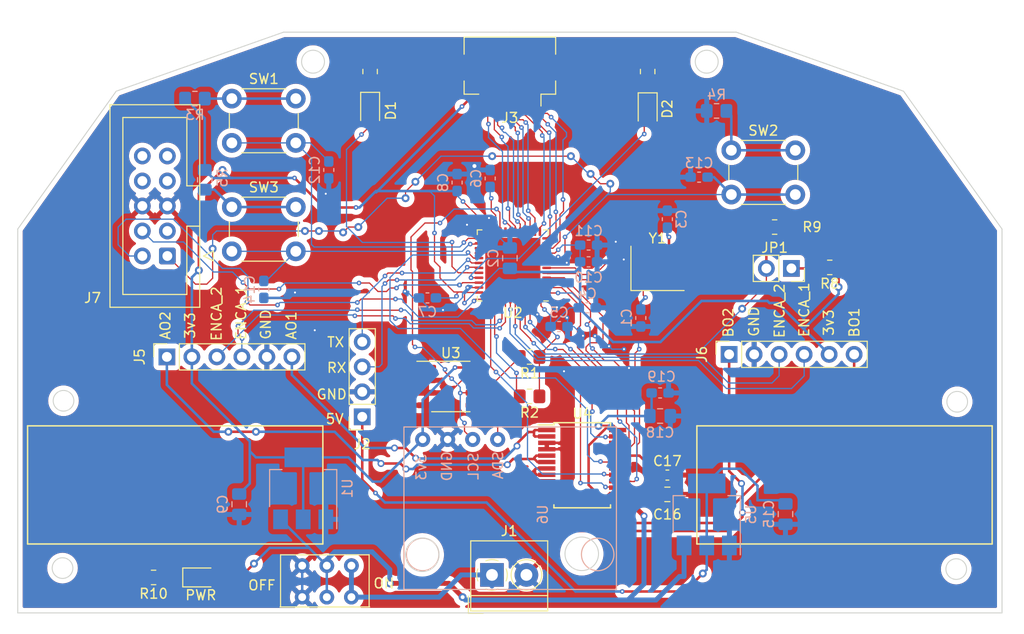
<source format=kicad_pcb>
(kicad_pcb (version 20211014) (generator pcbnew)
  (layers (0 "F.Cu" signal) (31 "B.Cu" signal) (34 "B.Paste" user) (35 "F.Paste" user) (36 "B.SilkS" user "B.Silkscreen") (37 "F.SilkS" user "F.Silkscreen") (38 "B.Mask" user) (39 "F.Mask" user) (44 "Edge.Cuts" user))
  (net 0 "")
  (net 1 "GND")
  (net 2 "Net-(C6-Pad2)")
  (net 3 "+3V3")
  (net 4 "+BATT")
  (net 5 "BUT1")
  (net 6 "Net-(C3-Pad1)")
  (net 7 "BUT2")
  (net 8 "+5V")
  (net 9 "Net-(D1-Pad1)")
  (net 10 "Net-(D2-Pad1)")
  (net 11 "RX")
  (net 12 "TX")
  (net 13 "A9")
  (net 14 "A8")
  (net 15 "A7")
  (net 17 "A6")
  (net 18 "A5")
  (net 19 "A4")
  (net 22 "A3")
  (net 23 "A2")
  (net 24 "A1")
  (net 25 "A0")
  (net 26 "SWCLK")
  (net 27 "SWDIO")
  (net 28 "Net-(R3-Pad2)")
  (net 29 "Net-(R4-Pad1)")
  (net 30 "Net-(R5-Pad2)")
  (net 31 "MOTB_IN2")
  (net 32 "MOTA_IN1")
  (net 33 "MOTA_IN2")
  (net 34 "STBY")
  (net 35 "MOTB_IN1")
  (net 36 "SDA")
  (net 37 "SCL")
  (net 38 "ENCA_1")
  (net 39 "ENCA_2")
  (net 40 "ENCB_1")
  (net 41 "ENCB_2")
  (net 42 "PWMB")
  (net 43 "PWMA")
  (net 44 "Net-(D1-Pad2)")
  (net 45 "Net-(D2-Pad2)")
  (net 46 "Net-(JP1-Pad1)")
  (net 47 "Net-(J5-Pad6)")
  (net 48 "Net-(J5-Pad1)")
  (net 49 "Net-(J6-Pad1)")
  (net 50 "Net-(J6-Pad6)")
  (net 51 "Net-(C1-Pad1)")
  (net 55 "Net-(JP1-Pad2)")
  (net 56 "BATT")
  (net 57 "NRST")
  (net 58 "Net-(D3-Pad1)")
  (footprint "Button_Switch_THT:SW_PUSH_6mm" (layer "F.Cu") (at 172.5 103)
    (fp_text reference "SW2")
    (fp_text value "RESET")
  )
  (footprint "MY_SWITCH:SS22T20" (layer "F.Cu") (at 133.9 147.7)
    (fp_text reference "SW4" hide)
    (fp_text value "SW_SPDT")
  )
  (footprint "Connector_PinSocket_2.54mm:PinSocket_1x02_P2.54mm_Vertical" (layer "F.Cu") (at 178.6 115 -90)
    (fp_text reference "JP1")
    (fp_text value "BOOT0")
  )
  (footprint "Button_Switch_THT:SW_PUSH_6mm" (layer "F.Cu") (at 121.75 108.765564)
    (fp_text reference "SW3")
    (fp_text value "BUT2")
  )
  (footprint "Resistor_SMD:R_0805_2012Metric_Pad1.20x1.40mm_HandSolder" (layer "F.Cu") (at 135.8 95 -90)
    (fp_text reference "R6" hide)
    (fp_text value "3k3")
  )
  (footprint "Resistor_SMD:R_0805_2012Metric_Pad1.20x1.40mm_HandSolder" (layer "F.Cu") (at 176.9 110.8 180)
    (fp_text reference "R9")
    (fp_text value "10k")
  )
  (footprint "Resistor_SMD:R_0805_2012Metric_Pad1.20x1.40mm_HandSolder" (layer "F.Cu") (at 164 95 -90)
    (fp_text reference "R7" hide)
    (fp_text value "3k3")
  )
  (footprint "Connector_PinSocket_2.54mm:PinSocket_1x04_P2.54mm_Vertical" (layer "F.Cu") (at 135 130.08 180)
    (fp_text reference "J2")
    (fp_text value "UART")
  )
  (footprint "Package_DFN_QFN:QFN-48-1EP_7x7mm_P0.5mm_EP5.6x5.6mm" (layer "F.Cu") (at 150.3 114.7 180)
    (fp_text reference "U2")
    (fp_text value "STM32F411CEUx")
  )
  (footprint "Button_Switch_THT:SW_PUSH_6mm" (layer "F.Cu") (at 121.75 97.75)
    (fp_text reference "SW1")
    (fp_text value "BUT1")
  )
  (footprint "Resistor_SMD:R_0805_2012Metric_Pad1.20x1.40mm_HandSolder" (layer "F.Cu") (at 113.8 146.4 180)
    (fp_text reference "R10")
    (fp_text value "3k3")
  )
  (footprint "Resistor_SMD:R_0805_2012Metric_Pad1.20x1.40mm_HandSolder" (layer "F.Cu") (at 152 128 180)
    (fp_text reference "R2")
    (fp_text value "3k3")
  )
  (footprint "Crystal:Crystal_SMD_3225-4Pin_3.2x2.5mm_HandSoldering" (layer "F.Cu") (at 165 115)
    (fp_text reference "Y1")
    (fp_text value "12MHz")
  )
  (footprint "Connector_IDC:IDC-Header_2x05_P2.54mm_Vertical" (layer "F.Cu") (at 115.2 113.74 180)
    (fp_text reference "J7")
    (fp_text value "Conn_02x05_Odd_Even")
  )
  (footprint "Resistor_SMD:R_0805_2012Metric_Pad1.20x1.40mm_HandSolder" (layer "F.Cu") (at 182.5 114.9 180)
    (fp_text reference "R8")
    (fp_text value "1k")
  )
  (footprint "LED_SMD:LED_0805_2012Metric_Pad1.15x1.40mm_HandSolder" (layer "F.Cu") (at 164 99.025 -90)
    (fp_text reference "D2")
    (fp_text value "LED1")
  )
  (footprint "Capacitor_SMD:C_0805_2012Metric_Pad1.18x1.45mm_HandSolder" (layer "F.Cu") (at 166 137.96)
    (fp_text reference "C16")
    (fp_text value "10u")
  )
  (footprint "Package_SO:SSOP-24_5.3x8.2mm_P0.65mm" (layer "F.Cu") (at 157.35 135)
    (fp_text reference "U4")
    (fp_text value "TB6612FNG")
  )
  (footprint "Connector_FFC-FPC:Hirose_FH12-12S-0.5SH_1x12-1MP_P0.50mm_Horizontal" (layer "F.Cu") (at 150 96 180)
    (fp_text reference "J3")
    (fp_text value "Conn_01x12_Male")
  )
  (footprint "Connector_PinSocket_2.54mm:PinSocket_1x06_P2.54mm_Vertical" (layer "F.Cu") (at 115.15 123.99 90)
    (fp_text reference "J5")
    (fp_text value "MOTA_LEFT")
  )
  (footprint "LED_SMD:LED_0805_2012Metric_Pad1.15x1.40mm_HandSolder" (layer "F.Cu") (at 135.8 98.975 -90)
    (fp_text reference "D1")
    (fp_text value "LED2")
  )
  (footprint "Resistor_SMD:R_0805_2012Metric_Pad1.20x1.40mm_HandSolder" (layer "F.Cu") (at 152 124 180)
    (fp_text reference "R1")
    (fp_text value "3k3")
  )
  (footprint "TerminalBlock_4Ucon:TerminalBlock_4Ucon_1x02_P3.50mm_Horizontal" (layer "F.Cu") (at 148.181 146.1435)
    (fp_text reference "J1")
    (fp_text value "POWER_SUPPLY")
  )
  (footprint "Connector_PinSocket_2.54mm:PinSocket_1x06_P2.54mm_Vertical" (layer "F.Cu") (at 172.2775 123.735 90)
    (fp_text reference "J6")
    (fp_text value "MOTB_RIGHT")
  )
  (footprint "Capacitor_SMD:C_0603_1608Metric_Pad1.08x0.95mm_HandSolder" (layer "F.Cu") (at 166 136)
    (fp_text reference "C17")
    (fp_text value "100n")
  )
  (footprint "Package_SO:SOIC-8_3.9x4.9mm_P1.27mm" (layer "F.Cu") (at 144 127)
    (fp_text reference "U3")
    (fp_text value "M24C02-WMN")
  )
  (footprint "LED_SMD:LED_0805_2012Metric_Pad1.15x1.40mm_HandSolder" (layer "F.Cu") (at 118.625 146.4)
    (fp_text reference "D3" hide)
    (fp_text value "PWR")
  )
  (footprint "Capacitor_SMD:C_0603_1608Metric_Pad1.08x0.95mm_HandSolder" (layer "B.Cu") (at 155 120.91 180)
    (fp_text reference "C5")
    (fp_text value "100n")
  )
  (footprint "Capacitor_SMD:C_0805_2012Metric_Pad1.18x1.45mm_HandSolder" (layer "B.Cu") (at 165.261252 130)
    (fp_text reference "C18")
    (fp_text value "10u")
  )
  (footprint "Capacitor_SMD:C_0603_1608Metric_Pad1.08x0.95mm_HandSolder" (layer "B.Cu") (at 144.636267 106.278733 -90)
    (fp_text reference "C8")
    (fp_text value "100n")
  )
  (footprint "Resistor_SMD:R_0805_2012Metric_Pad1.20x1.40mm_HandSolder" (layer "B.Cu") (at 171 99 180)
    (fp_text reference "R4")
    (fp_text value "3k3")
  )
  (footprint "Capacitor_SMD:C_0603_1608Metric_Pad1.08x0.95mm_HandSolder" (layer "B.Cu") (at 158 112.63 180)
    (fp_text reference "C11")
    (fp_text value "1u")
  )
  (footprint "Capacitor_SMD:C_0805_2012Metric_Pad1.18x1.45mm_HandSolder" (layer "B.Cu") (at 150 113.9625 -90)
    (fp_text reference "C2")
    (fp_text value "10u")
  )
  (footprint "Package_TO_SOT_SMD:SOT-223-3_TabPin2" (layer "B.Cu") (at 129 137.35 90)
    (fp_text reference "U1")
    (fp_text value "AMS1117-3.3")
  )
  (footprint "Capacitor_SMD:C_0805_2012Metric_Pad1.18x1.45mm_HandSolder" (layer "B.Cu") (at 122.5 138.9625 -90)
    (fp_text reference "C9")
    (fp_text value "10u")
  )
  (footprint "Capacitor_SMD:C_0603_1608Metric_Pad1.08x0.95mm_HandSolder" (layer "B.Cu") (at 157.8625 119 180)
    (fp_text reference "C4")
    (fp_text value "100n")
  )
  (footprint "Capacitor_SMD:C_0603_1608Metric_Pad1.08x0.95mm_HandSolder" (layer "B.Cu") (at 163.3 120.0375 -90)
    (fp_text reference "C1")
    (fp_text value "10p")
  )
  (footprint "Capacitor_SMD:C_0603_1608Metric_Pad1.08x0.95mm_HandSolder" (layer "B.Cu") (at 125 117.1375 -90)
    (fp_text reference "C14")
    (fp_text value "1u")
  )
  (footprint "Capacitor_SMD:C_0603_1608Metric_Pad1.08x0.95mm_HandSolder" (layer "B.Cu") (at 166 110 90)
    (fp_text reference "C3")
    (fp_text value "10p")
  )
  (footprint "Capacitor_SMD:C_0603_1608Metric_Pad1.08x0.95mm_HandSolder" (layer "B.Cu") (at 169.225 105.73 180)
    (fp_text reference "C13")
    (fp_text value "100n")
  )
  (footprint "Capacitor_SMD:C_0603_1608Metric_Pad1.08x0.95mm_HandSolder" (layer "B.Cu") (at 165.261252 127.655)
    (fp_text reference "C19")
    (fp_text value "100n")
  )
  (footprint "Capacitor_SMD:C_0603_1608Metric_Pad1.08x0.95mm_HandSolder" (layer "B.Cu") (at 158 114.33 180)
    (fp_text reference "C10")
    (fp_text value "100n")
  )
  (footprint "Resistor_SMD:R_0805_2012Metric_Pad1.20x1.40mm_HandSolder" (layer "B.Cu") (at 118 97.75)
    (fp_text reference "R3")
    (fp_text value "1k")
  )
  (footprint "Package_TO_SOT_SMD:SOT-223-3_TabPin2" (layer "B.Cu") (at 170 140 90)
    (fp_text reference "U5")
    (fp_text value "AMS1117-3.3")
  )
  (footprint "MPU6050:MPU6050THT" (layer "B.Cu") (at 153.841 140 -90)
    (fp_text reference "U6")
    (fp_text value "MPU6050")
  )
  (footprint "Capacitor_SMD:C_0805_2012Metric_Pad1.18x1.45mm_HandSolder" (layer "B.Cu") (at 178 139.9625 -90)
    (fp_text reference "C15")
    (fp_text value "10u")
  )
  (footprint "Capacitor_SMD:C_0603_1608Metric_Pad1.08x0.95mm_HandSolder" (layer "B.Cu") (at 148 105.8625 -90)
    (fp_text reference "C6")
    (fp_text value "4u7")
  )
  (footprint "Capacitor_SMD:C_0603_1608Metric_Pad1.08x0.95mm_HandSolder" (layer "B.Cu") (at 141.625 118)
    (fp_text reference "C7")
    (fp_text value "100n")
  )
  (footprint "Capacitor_SMD:C_0603_1608Metric_Pad1.08x0.95mm_HandSolder" (layer "B.Cu") (at 131.6 105 -90)
    (fp_text reference "C12")
    (fp_text value "1u")
  )
  (footprint "Resistor_SMD:R_0805_2012Metric_Pad1.20x1.40mm_HandSolder" (layer "B.Cu") (at 119 106 -90)
    (fp_text reference "R5")
    (fp_text value "1k")
  )
  (gr_line (start 199 131) (end 199 143) (layer "F.SilkS") (width 0.15))
  (gr_line (start 199 131) (end 169 131) (layer "F.SilkS") (width 0.15))
  (gr_line (start 131 131) (end 131 143) (layer "F.SilkS") (width 0.15))
  (gr_line (start 101 143) (end 131 143) (layer "F.SilkS") (width 0.15))
  (gr_line (start 169 131) (end 169 143) (layer "F.SilkS") (width 0.15))
  (gr_line (start 169 143) (end 199 143) (layer "F.SilkS") (width 0.15))
  (gr_line (start 101 143) (end 101 131) (layer "F.SilkS") (width 0.15))
  (gr_line (start 131 131) (end 101 131) (layer "F.SilkS") (width 0.15))
  (gr_circle (center 170 94) (end 170.053 92.837) (layer "Edge.Cuts") (width 0.1) (fill none))
  (gr_circle (center 195.35 145.55) (end 195.35 144.5) (layer "Edge.Cuts") (width 0.1) (fill none))
  (gr_circle (center 104.55 145.45) (end 104.55 146.5) (layer "Edge.Cuts") (width 0.1) (fill none))
  (gr_line (start 173 91) (end 150 91) (layer "Edge.Cuts") (width 0.1))
  (gr_line (start 190 97) (end 173 91) (layer "Edge.Cuts") (width 0.1))
  (gr_line (start 150 91) (end 127 91) (layer "Edge.Cuts") (width 0.1))
  (gr_circle (center 141.1 144.1) (end 141.1 142.4) (layer "Edge.Cuts") (width 0.1) (fill none))
  (gr_line (start 100 111) (end 100 150) (layer "Edge.Cuts") (width 0.1))
  (gr_line (start 200 111) (end 190 97) (layer "Edge.Cuts") (width 0.1))
  (gr_circle (center 157.302938 144) (end 157.202938 142.3) (layer "Edge.Cuts") (width 0.1) (fill none))
  (gr_line (start 127 91) (end 110 97) (layer "Edge.Cuts") (width 0.1))
  (gr_line (start 100 150) (end 200 150) (layer "Edge.Cuts") (width 0.1))
  (gr_circle (center 104.65 128.45) (end 104.65 129.5) (layer "Edge.Cuts") (width 0.1) (fill none))
  (gr_circle (center 130 94) (end 130.053 92.837) (layer "Edge.Cuts") (width 0.1) (fill none))
  (gr_line (start 200 111) (end 200 150) (layer "Edge.Cuts") (width 0.1))
  (gr_circle (center 195.45 128.55) (end 195.45 127.5) (layer "Edge.Cuts") (width 0.1) (fill none))
  (gr_line (start 110 97) (end 100 111) (layer "Edge.Cuts") (width 0.1))
  (gr_text "SDA" (at 148.8 135 90) (layer "B.SilkS") (effects (font (size 1 1)) (justify mirror)))
  (gr_text "3v3" (at 141 135.2 90) (layer "B.SilkS") (effects (font (size 1 1)) (justify mirror)))
  (gr_text "SCL" (at 146.3 135.1 90) (layer "B.SilkS") (effects (font (size 1 1)) (justify mirror)))
  (gr_text "GND" (at 143.6 135.1 90) (layer "B.SilkS") (effects (font (size 1 1)) (justify mirror)))
  (gr_text "PWR" (at 118.6 148.2) (layer "F.SilkS") (effects (font (size 1 1))))
  (gr_text "BO2" (at 172.2 120.5 90) (layer "F.SilkS") (effects (font (size 1 1))))
  (gr_text "3v3\n" (at 182.4 120.5 90) (layer "F.SilkS") (effects (font (size 1 1))))
  (gr_text "GND" (at 125.2 120.7 90) (layer "F.SilkS") (effects (font (size 1 1))))
  (gr_text "GND" (at 174.8 120.4 90) (layer "F.SilkS") (effects (font (size 1 1))))
  (gr_text "ON" (at 137.2 147) (layer "F.SilkS") (effects (font (size 1 1))))
  (gr_text "ENCA_2" (at 177.4 119.3 90) (layer "F.SilkS") (effects (font (size 1 1))))
  (gr_text "TX" (at 132.3 122.5) (layer "F.SilkS") (effects (font (size 1 1))))
  (gr_text "ENCA_2" (at 120.2 119.6 90) (layer "F.SilkS") (effects (font (size 1 1))))
  (gr_text "3v3\n" (at 117.5 120.8 90) (layer "F.SilkS") (effects (font (size 1 1))))
  (gr_text "GND" (at 131.9 127.8) (layer "F.SilkS") (effects (font (size 1 1))))
  (gr_text "RX" (at 132.4 125.1) (layer "F.SilkS") (effects (font (size 1 1))))
  (gr_text "5V" (at 132.2 130.3) (layer "F.SilkS") (effects (font (size 1 1))))
  (gr_text "OFF" (at 124.8 147.2) (layer "F.SilkS") (effects (font (size 1 1))))
  (gr_text "AO2" (at 115 120.8 90) (layer "F.SilkS") (effects (font (size 1 1))))
  (gr_text "ENCA_1" (at 179.9 119.2 90) (layer "F.SilkS") (effects (font (size 1 1))))
  (gr_text "AO1" (at 127.8 120.8 90) (layer "F.SilkS") (effects (font (size 1 1))))
  (gr_text "BO1" (at 185 120.5 90) (layer "F.SilkS") (effects (font (size 1 1))))
  (gr_text "ENCA_1" (at 122.7 119.5 90) (layer "F.SilkS") (effects (font (size 1 1))))
  (segment (start 150.3 114.7) (end 150.3 114.1812) (width 0.128) (layer "F.Cu") (net 1))
  (segment (start 153.75 136.625) (end 155.1162 136.625) (width 0.257) (layer "F.Cu") (net 1))
  (segment (start 153.0188 97.85) (end 153.7208 98.552) (width 0.257) (layer "F.Cu") (net 1))
  (segment (start 152.75 97.85) (end 152.75 95.916) (width 0.257) (layer "F.Cu") (net 1))
  (segment (start 155.4834 133.0298) (end 155.9052 133.4516) (width 0.257) (layer "F.Cu") (net 1))
  (segment (start 155.0282 137.275) (end 153.75 137.275) (width 0.257) (layer "F.Cu") (net 1))
  (segment (start 155.7782 114.427) (end 158.623 114.427) (width 0.128) (layer "F.Cu") (net 1))
  (segment (start 157.4292 121.8438) (end 158.623 121.8438) (width 0.128) (layer "F.Cu") (net 1))
  (segment (start 152.7556 119.6848) (end 152.781 119.6848) (width 0.128) (layer "F.Cu") (net 1))
  (segment (start 145.796 116.9924) (end 145.7901 116.9865) (width 0.128) (layer "F.Cu") (net 1))
  (segment (start 160.95 135.325) (end 162.6554 135.325) (width 0.257) (layer "F.Cu") (net 1))
  (segment (start 148.05 111.2625) (end 148.05 110.0516) (width 0.128) (layer "F.Cu") (net 1))
  (segment (start 161.5948 124.6124) (end 162.1028 125.1204) (width 0.128) (layer "F.Cu") (net 1))
  (segment (start 153.7375 113.95) (end 151.05 113.95) (width 0.128) (layer "F.Cu") (net 1))
  (segment (start 145.744447 116.9865) (end 145.709447 116.9515) (width 0.128) (layer "F.Cu") (net 1))
  (segment (start 153.75 133.375) (end 155.7786 133.375) (width 0.257) (layer "F.Cu") (net 1))
  (segment (start 148.05 110.0516) (end 147.8788 109.8804) (width 0.128) (layer "F.Cu") (net 1))
  (segment (start 151.05 113.95) (end 150.3 114.7) (width 0.128) (layer "F.Cu") (net 1))
  (segment (start 152.55 118.1375) (end 152.55 119.4792) (width 0.128) (layer "F.Cu") (net 1))
  (segment (start 154.7876 118.999) (end 154.7876 118.9482) (width 0.128) (layer "F.Cu") (net 1))
  (segment (start 158.623 121.8438) (end 158.6484 121.8692) (width 0.128) (layer "F.Cu") (net 1))
  (segment (start 158.623 114.427) (end 160.7566 112.2934) (width 0.128) (layer "F.Cu") (net 1))
  (segment (start 161.8162 113.85) (end 163.55 113.85) (width 0.128) (layer "F.Cu") (net 1))
  (segment (start 146.8625 116.95) (end 145.8384 116.95) (width 0.128) (layer "F.Cu") (net 1))
  (segment (start 150.3 114.1812) (end 148.05 111.9312) (width 0.128) (layer "F.Cu") (net 1))
  (segment (start 146.475 126.365) (end 145.1356 126.365) (width 0.128) (layer "F.Cu") (net 1))
  (segment (start 155.8036 120.015) (end 154.7876 118.999) (width 0.128) (layer "F.Cu") (net 1))
  (segment (start 155.4834 132.725) (end 155.4834 133.0298) (width 0.257) (layer "F.Cu") (net 1))
  (segment (start 153.75 132.725) (end 155.4834 132.725) (width 0.257) (layer "F.Cu") (net 1))
  (segment (start 145.7901 116.9865) (end 145.744447 116.9865) (width 0.128) (layer "F.Cu") (net 1))
  (segment (start 130.2004 121.3104) (end 130.175 121.285) (width 0.128) (layer "F.Cu") (net 1))
  (segment (start 154.788214 113.95) (end 153.7375 113.95) (width 0.128) (layer "F.Cu") (net 1))
  (segment (start 161.5948 123.2039) (end 161.5948 124.6124) (width 0.128) (layer "F.Cu") (net 1))
  (segment (start 145.1356 126.365) (end 143.7132 127.7874) (width 0.128) (layer "F.Cu") (net 1))
  (segment (start 152.55 119.4792) (end 152.7556 119.6848) (width 0.128) (layer "F.Cu") (net 1))
  (segment (start 128.1684 117.4496) (end 130.2004 119.4816) (width 0.257) (layer "F.Cu") (net 1))
  (segment (start 152.75 97.85) (end 153.8132 97.85) (width 0.257) (layer "F.Cu") (net 1))
  (segment (start 152.75 95.916) (end 152.7556 95.9104) (width 0.257) (layer "F.Cu") (net 1))
  (segment (start 155.9052 136.398) (end 155.9052 133.4516) (width 0.257) (layer "F.Cu") (net 1))
  (segment (start 130.2004 119.4816) (end 130.2004 121.3104) (width 0.257) (layer "F.Cu") (net 1))
  (segment (start 145.8384 116.95) (end 145.796 116.9924) (width 0.128) (layer "F.Cu") (net 1))
  (segment (start 155.3972 136.906) (end 155.0282 137.275) (width 0.257) (layer "F.Cu") (net 1))
  (segment (start 155.3972 136.906) (end 155.9052 136.398) (width 0.257) (layer "F.Cu") (net 1))
  (segment (start 161.5694 114.0968) (end 161.8162 113.85) (width 0.128) (layer "F.Cu") (net 1))
  (segment (start 152.75 97.85) (end 153.9148 97.85) (width 0.257) (layer "F.Cu") (net 1))
  (segment (start 152.75 97.85) (end 153.0188 97.85) (width 0.257) (layer "F.Cu") (net 1))
  (segment (start 155.7786 133.375) (end 155.9052 133.2484) (width 0.257) (layer "F.Cu") (net 1))
  (segment (start 153.8132 97.85) (end 153.8224 97.8408) (width 0.257) (layer "F.Cu") (net 1))
  (segment (start 154.900257 113.837957) (end 154.788214 113.95) (width 0.128) (layer "F.Cu") (net 1))
  (segment (start 153.9148 97.85) (end 154.4828 97.282) (width 0.257) (layer "F.Cu") (net 1))
  (segment (start 155.1162 136.625) (end 155.3972 136.906) (width 0.257) (layer "F.Cu") (net 1))
  (segment (start 155.9052 133.4516) (end 155.9052 133.2484) (width 0.257) (layer "F.Cu") (net 1))
  (segment (start 148.05 111.9312) (end 148.05 111.2625) (width 0.128) (layer "F.Cu") (net 1))
  (via (at 155.7782 114.427) (size 0.47) (drill 0.2) (layers "F.Cu" "B.Cu") (net 1))
  (via (at 131.2926 107.4166) (size 0.47) (drill 0.2) (layers "F.Cu" "B.Cu") (net 1))
  (via (at 158.6484 121.8692) (size 0.47) (drill 0.2) (layers "F.Cu" "B.Cu") (net 1))
  (via (at 152.781 119.6848) (size 0.47) (drill 0.2) (layers "F.Cu" "B.Cu") (net 1))
  (via (at 160.0708 122.9106) (size 0.47) (drill 0.2) (layers "F.Cu" "B.Cu") (net 1))
  (via (at 145.709447 116.9515) (size 0.47) (drill 0.2) (layers "F.Cu" "B.Cu") (net 1))
  (via (at 161.5948 123.2039) (size 0.47) (drill 0.2) (layers "F.Cu" "B.Cu") (net 1))
  (via (at 139.3444 117.348) (size 0.47) (drill 0.2) (layers "F.Cu" "B.Cu") (net 1))
  (via (at 146.4 104.6) (size 0.8) (drill 0.4) (layers "F.Cu" "B.Cu") (net 1))
  (via (at 155.8036 120.015) (size 0.47) (drill 0.2) (layers "F.Cu" "B.Cu") (net 1))
  (via (at 161.5694 114.0968) (size 0.47) (drill 0.2) (layers "F.Cu" "B.Cu") (net 1))
  (via (at 147.8788 109.8804) (size 0.47) (drill 0.2) (layers "F.Cu" "B.Cu") (net 1))
  (via (at 162.1028 125.1204) (size 0.47) (drill 0.2) (layers "F.Cu" "B.Cu") (net 1))
  (via (at 154.900257 113.837957) (size 0.47) (drill 0.2) (layers "F.Cu" "B.Cu") (net 1))
  (via (at 143.2052 119.2276) (size 0.47) (drill 0.2) (layers "F.Cu" "B.Cu") (net 1))
  (via (at 155.4988 125.4506) (size 0.47) (drill 0.2) (layers "F.Cu" "B.Cu") (net 1))
  (via (at 160.7566 112.2934) (size 0.47) (drill 0.2) (layers "F.Cu" "B.Cu") (net 1))
  (via (at 130.175 121.285) (size 0.47) (drill 0.2) (layers "F.Cu" "B.Cu") (net 1))
  (via (at 157.4292 121.8438) (size 0.47) (drill 0.2) (layers "F.Cu" "B.Cu") (net 1))
  (via (at 154.7876 118.9482) (size 0.47) (drill 0.2) (layers "F.Cu" "B.Cu") (net 1))
  (via (at 128.1684 117.4496) (size 0.47) (drill 0.2) (layers "F.Cu" "B.Cu") (net 1))
  (via (at 145.6436 110.5662) (size 0.47) (drill 0.2) (layers "F.Cu" "B.Cu") (net 1))
  (segment (start 162.1028 125.1204) (end 161.7726 125.4506) (width 0.128) (layer "B.Cu") (net 1))
  (segment (start 143.8656 119.1768) (end 143.8656 119.2276) (width 0.128) (layer "B.Cu") (net 1))
  (segment (start 161.7726 125.4506) (end 155.4988 125.4506) (width 0.128) (layer "B.Cu") (net 1))
  (segment (start 145.1864 117.5004) (end 145.1864 117.856) (width 0.128) (layer "B.Cu") (net 1))
  (segment (start 154.900257 113.837957) (end 155.4639 114.4016) (width 0.128) (layer "B.Cu") (net 1))
  (segment (start 144.6276 118.5164) (end 144.526 118.5164) (width 0.128) (layer "B.Cu") (net 1))
  (segment (start 145.7003 116.9865) (end 145.1864 117.5004) (width 0.128) (layer "B.Cu") (net 1))
  (segment (start 139.5984 117.3988) (end 139.5476 117.348) (width 0.128) (layer "B.Cu") (net 1))
  (segment (start 128.9 145.2) (end 128.9 148.4) (width 0.25) (layer "B.Cu") (net 1))
  (segment (start 145.7003 116.970647) (end 145.709447 116.9615) (width 0.128) (layer "B.Cu") (net 1))
  (segment (start 158.6484 121.8692) (end 159.0294 121.8692) (width 0.128) (layer "B.Cu") (net 1))
  (segment (start 155.7528 114.4016) (end 155.7782 114.427) (width 0.128) (layer "B.Cu") (net 1))
  (segment (start 145.1864 117.856) (end 145.2372 117.9068) (width 0.128) (layer "B.Cu") (net 1))
  (segment (start 131.2926 107.4166) (end 131.6228 107.0864) (width 0.128) (layer "B.Cu") (net 1))
  (segment (start 150 112.925) (end 148.0312 110.9562) (width 0.128) (layer "B.Cu") (net 1))
  (segment (start 125 118) (end 127.618 118) (width 0.257) (layer "B.Cu") (net 1))
  (segment (start 155.8625 120.0739) (end 155.8036 120.015) (width 0.128) (layer "B.Cu") (net 1))
  (segment (start 161.5694 113.1062) (end 161.5694 114.0968) (width 0.128) (layer "B.Cu") (net 1))
  (segment (start 140.7625 118) (end 140.1996 118) (width 0.128) (layer "B.Cu") (net 1))
  (segment (start 150 112.925) (end 148.0024 112.925) (width 0.128) (layer "B.Cu") (net 1))
  (segment (start 160.7566 112.2934) (end 161.5694 113.1062) (width 0.128) (layer "B.Cu") (net 1))
  (segment (start 143.0528 119.38) (end 143.2052 119.2276) (width 0.128) (layer "B.Cu") (net 1))
  (segment (start 140.7625 118) (end 142.1425 119.38) (width 0.128) (layer "B.Cu") (net 1))
  (segment (start 160.3641 123.2039) (end 161.5948 123.2039) (width 0.128) (layer "B.Cu") (net 1))
  (segment (start 142.1425 119.38) (end 143.0528 119.38) (width 0.128) (layer "B.Cu") (net 1))
  (segment (start 131.6228 105.8853) (end 131.6 105.8625) (width 0.128) (layer "B.Cu") (net 1))
  (segment (start 143.764 119.2276) (end 143.2052 119.2276) (width 0.128) (layer "B.Cu") (net 1))
  (segment (start 145.2372 117.9068) (end 144.6276 118.5164) (width 0.128) (layer "B.Cu") (net 1))
  (segment (start 148.0024 112.925) (end 145.6436 110.5662) (width 0.128) (layer "B.Cu") (net 1))
  (segment (start 143.8656 119.2276) (end 143.764 119.2276) (width 0.128) (layer "B.Cu") (net 1))
  (segment (start 155.4639 114.4016) (end 155.7528 114.4016) (width 0.128) (layer "B.Cu") (net 1))
  (segment (start 155.8625 120.91) (end 156.4954 120.91) (width 0.128) (layer "B.Cu") (net 1))
  (segment (start 144.526 118.5164) (end 143.8656 119.1768) (width 0.128) (layer "B.Cu") (net 1))
  (segment (start 156.4954 120.91) (end 157.4292 121.8438) (width 0.128) (layer "B.Cu") (net 1))
  (segment (start 140.1996 118) (end 139.5984 117.3988) (width 0.128) (layer "B.Cu") (net 1))
  (segment (start 159.0294 121.8692) (end 160.0708 122.9106) (width 0.128) (layer "B.Cu") (net 1))
  (segment (start 131.6228 107.0864) (end 131.6228 105.8853) (width 0.128) (layer "B.Cu") (net 1))
  (segment (start 148 105) (end 146.8 105) (width 0.257) (layer "B.Cu") (net 1))
  (segment (start 145.7003 116.9865) (end 145.7003 116.970647) (width 0.128) (layer "B.Cu") (net 1))
  (segment (start 148.0312 110.0328) (end 147.8788 109.8804) (width 0.128) (layer "B.Cu") (net 1))
  (segment (start 145.7452 116.9865) (end 145.7003 116.9865) (width 0.128) (layer "B.Cu") (net 1))
  (segment (start 127.618 118) (end 128.1684 117.4496) (width 0.257) (layer "B.Cu") (net 1))
  (segment (start 160.0708 122.9106) (end 160.3641 123.2039) (width 0.128) (layer "B.Cu") (net 1))
  (segment (start 148.0312 110.9562) (end 148.0312 110.0328) (width 0.128) (layer "B.Cu") (net 1))
  (segment (start 155.8625 120.91) (end 155.8625 120.0739) (width 0.128) (layer "B.Cu") (net 1))
  (segment (start 146.8 105) (end 146.4 104.6) (width 0.257) (layer "B.Cu") (net 1))
  (segment (start 139.5476 117.348) (end 139.3444 117.348) (width 0.128) (layer "B.Cu") (net 1))
  (segment (start 148.55 111.2625) (end 148.55 109.5864) (width 0.128) (layer "F.Cu") (net 2))
  (segment (start 148.55 109.5864) (end 148.1074 109.1438) (width 0.128) (layer "F.Cu") (net 2))
  (segment (start 148.1074 109.1438) (end 148.1074 107.8738) (width 0.128) (layer "F.Cu") (net 2))
  (via (at 148.1074 107.8738) (size 0.47) (drill 0.2) (layers "F.Cu" "B.Cu") (net 2))
  (segment (start 148 106.725) (end 148 107.7664) (width 0.128) (layer "B.Cu") (net 2))
  (segment (start 148 107.7664) (end 148.1074 107.8738) (width 0.128) (layer "B.Cu") (net 2))
  (segment (start 154.52175 113.45) (end 153.7375 113.45) (width 0.128) (layer "F.Cu") (net 3))
  (segment (start 154.8384 121.9708) (end 153 123.8092) (width 0.128) (layer "F.Cu") (net 3))
  (segment (start 153.162 118.2495) (end 153.05 118.1375) (width 0.128) (layer "F.Cu") (net 3))
  (segment (start 162.9302 134.025) (end 160.95 134.025) (width 0.257) (layer "F.Cu") (net 3))
  (segment (start 154.52175 113.45) (end 154.571248 113.45) (width 0.128) (layer "F.Cu") (net 3))
  (segment (start 144.4244 125.0696) (end 146.4496 125.0696) (width 0.257) (layer "F.Cu") (net 3))
  (segment (start 165.1375 136) (end 163.1625 134.025) (width 0.257) (layer "F.Cu") (net 3))
  (segment (start 153 123.8092) (end 153 124) (width 0.128) (layer "F.Cu") (net 3))
  (segment (start 162.77 128.568) (end 162.77 127.0576) (width 0.128) (layer "F.Cu") (net 3))
  (segment (start 145.034 117.3988) (end 144.653 117.3988) (width 0.128) (layer "F.Cu") (net 3))
  (segment (start 153.5176 119.1768) (end 153.162 118.8212) (width 0.128) (layer "F.Cu") (net 3))
  (segment (start 145.3896 118.5164) (end 145.3896 117.4496) (width 0.128) (layer "F.Cu") (net 3))
  (segment (start 145.034 117.3988) (end 145.4404 117.3988) (width 0.128) (layer "F.Cu") (net 3))
  (segment (start 146.8625 117.45) (end 145.4916 117.45) (width 0.128) (layer "F.Cu") (net 3))
  (segment (start 183.4 115) (end 183.5 114.9) (width 0.257) (layer "F.Cu") (net 3))
  (segment (start 142.9004 114.8588) (end 142.3416 114.3) (width 0.128) (layer "F.Cu") (net 3))
  (segment (start 142.3416 114.3) (end 142.3416 111.4044) (width 0.128) (layer "F.Cu") (net 3))
  (segment (start 164.9625 136.175) (end 165.1375 136) (width 0.257) (layer "F.Cu") (net 3))
  (segment (start 144.3228 117.3988) (end 142.9004 115.9764) (width 0.128) (layer "F.Cu") (net 3))
  (segment (start 164.9625 137.96) (end 164.9625 136.175) (width 0.257) (layer "F.Cu") (net 3))
  (segment (start 162.7124 127) (end 162.7124 123.6357) (width 0.128) (layer "F.Cu") (net 3))
  (segment (start 147.55 111.2625) (end 147.55 110.5168) (width 0.128) (layer "F.Cu") (net 3))
  (segment (start 153.162 118.8212) (end 153.162 118.2495) (width 0.128) (layer "F.Cu") (net 3))
  (segment (start 153.7879 117.5004) (end 153.7375 117.45) (width 0.128) (layer "F.Cu") (net 3))
  (segment (start 144.5768 117.602) (end 144.7038 117.475) (width 0.128) (layer "F.Cu") (net 3))
  (segment (start 144.5768 117.8306) (end 144.5768 117.602) (width 0.128) (layer "F.Cu") (net 3))
  (segment (start 147.55 110.5168) (end 146.8628 109.8296) (width 0.128) (layer "F.Cu") (net 3))
  (segment (start 163.1696 128.9812) (end 162.7632 128.5748) (width 0.128) (layer "F.Cu") (net 3))
  (segment (start 146.8628 109.8296) (end 145.2372 108.204) (width 0.128) (layer "F.Cu") (net 3))
  (segment (start 153 124) (end 153 128) (width 0.128) (layer "F.Cu") (net 3))
  (segment (start 134.366 108.8136) (end 131.1148 108.8136) (width 0.257) (layer "F.Cu") (net 3))
  (segment (start 145.3896 117.4496) (end 145.4404 117.3988) (width 0.128) (layer "F.Cu") (net 3))
  (segment (start 145.8376 97.85) (end 145.1356 98.552) (width 0.257) (layer "F.Cu") (net 3))
  (segment (start 145.4404 117.3988) (end 145.4916 117.45) (width 0.128) (layer "F.Cu") (net 3))
  (segment (start 118.4 107.4) (end 120.8 105) (width 0.257) (layer "F.Cu") (net 3))
  (segment (start 147.25 97.85) (end 145.8376 97.85) (width 0.257) (layer "F.Cu") (net 3))
  (segment (start 183.4 116.9) (end 183.4 115) (width 0.257) (layer "F.Cu") (net 3))
  (segment (start 162.7124 123.6357) (end 163.1442 123.2039) (width 0.128) (layer "F.Cu") (net 3))
  (segment (start 163.1625 134.025) (end 162.9302 134.025) (width 0.257) (layer "F.Cu") (net 3))
  (segment (start 163.1696 132.6896) (end 163.1696 128.9812) (width 0.128) (layer "F.Cu") (net 3))
  (segment (start 162.77 127.0576) (end 162.7124 127) (width 0.128) (layer "F.Cu") (net 3))
  (segment (start 118.4 109.6) (end 118.4 109.32) (width 0.257) (layer "F.Cu") (net 3))
  (segment (start 118.4 115.2) (end 118.4 109.6) (width 0.257) (layer "F.Cu") (net 3))
  (segment (start 131.1148 108.8136) (end 128.1176 105.8164) (width 0.257) (layer "F.Cu") (net 3))
  (segment (start 146.4496 125.0696) (end 146.475 125.095) (width 0.257) (layer "F.Cu") (net 3))
  (segment (start 154.8892 117.5004) (end 153.7879 117.5004) (width 0.128) (layer "F.Cu") (net 3))
  (segment (start 162.7632 128.5748) (end 162.77 128.568) (width 0.128) (layer "F.Cu") (net 3))
  (segment (start 118.4 109.6) (end 118.4 107.4) (width 0.257) (layer "F.Cu") (net 3))
  (segment (start 144.653 117.3988) (end 144.3228 117.3988) (width 0.128) (layer "F.Cu") (net 3))
  (segment (start 162.9302 132.929) (end 163.1696 132.6896) (width 0.128) (layer "F.Cu") (net 3))
  (segment (start 142.9004 115.9764) (end 142.9004 114.8588) (width 0.128) (layer "F.Cu") (net 3))
  (segment (start 154.571248 113.45) (end 154.914824 113.106424) (width 0.128) (layer "F.Cu") (net 3))
  (segment (start 162.9302 134.025) (end 162.9302 132.929) (width 0.128) (layer "F.Cu") (net 3))
  (via (at 128.1176 105.8164) (size 0.47) (drill 0.2) (layers "F.Cu" "B.Cu") (net 3))
  (via (at 142.3416 111.4044) (size 0.47) (drill 0.2) (layers "F.Cu" "B.Cu") (net 3))
  (via (at 145.3896 118.5164) (size 0.47) (drill 0.2) (layers "F.Cu" "B.Cu") (net 3))
  (via (at 145.2372 108.204) (size 0.47) (drill 0.2) (layers "F.Cu" "B.Cu") (net 3))
  (via (at 145.1356 98.552) (size 0.47) (drill 0.2) (layers "F.Cu" "B.Cu") (net 3))
  (via (at 144.4244 125.0696) (size 0.47) (drill 0.2) (layers "F.Cu" "B.Cu") (net 3))
  (via (at 120.8 105) (size 0.8) (drill 0.4) (layers "F.Cu" "B.Cu") (net 3))
  (via (at 163.1442 123.2039) (size 0.47) (drill 0.2) (layers "F.Cu" "B.Cu") (net 3))
  (via (at 134.366 108.8136) (size 0.47) (drill 0.2) (layers "F.Cu" "B.Cu") (net 3))
  (via (at 118.4 115.2) (size 0.8) (drill 0.4) (layers "F.Cu" "B.Cu") (net 3))
  (via (at 154.914824 113.106424) (size 0.47) (drill 0.2) (layers "F.Cu" "B.Cu") (net 3))
  (via (at 144.5768 117.8306) (size 0.47) (drill 0.2) (layers "F.Cu" "B.Cu") (net 3))
  (via (at 154.8892 117.5004) (size 0.47) (drill 0.2) (layers "F.Cu" "B.Cu") (net 3))
  (via (at 153.5176 119.1768) (size 0.47) (drill 0.2) (layers "F.Cu" "B.Cu") (net 3))
  (via (at 154.8384 121.9708) (size 0.47) (drill 0.2) (layers "F.Cu" "B.Cu") (net 3))
  (via (at 183.4 116.9) (size 0.8) (drill 0.4) (layers "F.Cu" "B.Cu") (net 3))
  (segment (start 157.1375 114.33) (end 157.1375 114.8457) (width 0.257) (layer "B.Cu") (net 3))
  (segment (start 141.141 128.353) (end 144.4244 125.0696) (width 0.257) (layer "B.Cu") (net 3))
  (segment (start 163.068 122.5296) (end 163.1188 122.4788) (width 0.128) (layer "B.Cu") (net 3))
  (segment (start 154.1375 121.2699) (end 154.8384 121.9708) (width 0.128) (layer "B.Cu") (net 3))
  (segment (start 123.575 133.575) (end 123.575 132.575) (width 0.257) (layer "B.Cu") (net 3))
  (segment (start 150.3668 115.3668) (end 150 115) (width 0.257) (layer "B.Cu") (net 3))
  (segment (start 157.1375 114.8457) (end 156.6164 115.3668) (width 0.257) (layer "B.Cu") (net 3))
  (segment (start 179.85125 121.14875) (end 183.4 117.6) (width 0.257) (layer "B.Cu") (net 3))
  (segment (start 156.6164 115.3668) (end 150.3668 115.3668) (width 0.257) (layer "B.Cu") (net 3))
  (segment (start 157.1375 118.8625) (end 157 119) (width 0.257) (layer "B.Cu") (net 3))
  (segment (start 117.69 123.99) (end 117.69 118.51) (width 0.257) (layer "B.Cu") (net 3))
  (segment (start 141.837633 107.141233) (end 136.393967 107.141233) (width 0.257) (layer "B.Cu") (net 3))
  (segment (start 119 99.75) (end 117 97.75) (width 0.257) (layer "B.Cu") (net 3))
  (segment (start 183.4 117.6) (end 183.4 116.9) (width 0.257) (layer "B.Cu") (net 3))
  (segment (start 145.2372 108.204) (end 144.636267 107.603067) (width 0.128) (layer "B.Cu") (net 3))
  (segment (start 154.1375 120.91) (end 154.1375 121.2699) (width 0.128) (layer "B.Cu") (net 3))
  (segment (start 123.575 136.85) (end 122.5 137.925) (width 0.257) (layer "B.Cu") (net 3))
  (segment (start 157.1375 112.63) (end 155.34175 112.63) (width 0.128) (layer "B.Cu") (net 3))
  (segment (start 179.85125 121.14875) (end 177.2189 118.5164) (width 0.257) (layer "B.Cu") (net 3))
  (segment (start 157.1375 112.63) (end 157.1375 114.33) (width 0.128) (layer "B.Cu") (net 3))
  (segment (start 129 140.5) (end 129 134.2) (width 0.25) (layer "B.Cu") (net 3))
  (segment (start 169.473 118.309) (end 165.3032 122.4788) (width 0.257) (layer "B.Cu") (net 3))
  (segment (start 129 134.2) (end 124.2 134.2) (width 0.25) (layer "B.Cu") (net 3))
  (segment (start 160.4788 122.4788) (end 157 119) (width 0.257) (layer "B.Cu") (net 3))
  (segment (start 156.0475 119) (end 157 119) (width 0.128) (layer "B.Cu") (net 3))
  (segment (start 136.8605 136.6605) (end 141.141 132.38) (width 0.257) (layer "B.Cu") (net 3))
  (segment (start 176.1702 118.309) (end 169.473 118.309) (width 0.257) (layer "B.Cu") (net 3))
  (segment (start 129 134.2) (end 133.6 134.2) (width 0.25) (layer "B.Cu") (net 3))
  (segment (start 142.3416 107.6452) (end 141.837633 107.141233) (width 0.128) (layer "B.Cu") (net 3))
  (segment (start 136.4234 107.2642) (end 136.271 107.2642) (width 0.257) (layer "B.Cu") (net 3))
  (segment (start 124.2 134.2) (end 123.575 133.575) (width 0.25) (layer "B.Cu") (net 3))
  (segment (start 144.636267 107.141233) (end 141.837633 107.141233) (width 0.257) (layer "B.Cu") (net 3))
  (segment (start 144.4328 118) (end 144.5768 117.856) (width 0.128) (layer "B.Cu") (net 3))
  (segment (start 136.0605 136.6605) (end 136.8605 136.6605) (width 0.25) (layer "B.Cu") (net 3))
  (segment (start 182.4375 123.735) (end 179.85125 121.14875) (width 0.257) (layer "B.Cu") (net 3))
  (segment (start 163.1092 123.2389) (end 163.1442 123.2039) (width 0.128) (layer "B.Cu") (net 3))
  (segment (start 133.6 134.2) (end 136.0605 136.6605) (width 0.25) (layer "B.Cu") (net 3))
  (segment (start 154.1375 120.91) (end 156.0475 119) (width 0.128) (layer "B.Cu") (net 3))
  (segment (start 142.4875 118) (end 144.4328 118) (width 0.128) (layer "B.Cu") (net 3))
  (segment (start 121.6164 105.8164) (end 121.8164 105.8164) (width 0.257) (layer "B.Cu") (net 3))
  (segment (start 123.575 132.575) (end 117.69 126.69) (width 0.257) (layer "B.Cu") (net 3))
  (segment (start 177.2189 118.5164) (end 176.3776 118.5164) (width 0.257) (layer "B.Cu") (net 3))
  (segment (start 123.575 136.85) (end 123.575 133.575) (width 0.257) (layer "B.Cu") (net 3))
  (segment (start 148.906 115) (end 145.3896 118.5164) (width 0.128) (layer "B.Cu") (net 3))
  (segment (start 157.1375 118.3263) (end 156.3116 117.5004) (width 0.128) (layer "B.Cu") (net 3))
  (segment (start 117.69 118.51) (end 117.69 115.91) (width 0.257) (layer "B.Cu") (net 3))
  (segment (start 165.3032 122.4788) (end 163.1188 122.4788) (width 0.257) (layer "B.Cu") (net 3))
  (segment (start 144.5768 117.856) (end 144.5768 117.8306) (width 0.128) (layer "B.Cu") (net 3))
  (segment (start 141.141 132.38) (end 141.141 128.353) (width 0.257) (layer "B.Cu") (net 3))
  (segment (start 134.874 108.6612) (end 134.7216 108.8136) (width 0.257) (layer "B.Cu") (net 3))
  (segment (start 163.068 123.2389) (end 163.068 122.5296) (width 0.128) (layer "B.Cu") (net 3))
  (segment (start 119 105) (end 119 99.75) (width 0.257) (layer "B.Cu") (net 3))
  (segment (start 120.8 105) (end 121.6164 105.8164) (width 0.257) (layer "B.Cu") (net 3))
  (segment (start 163.068 123.2389) (end 163.1092 123.2389) (width 0.128) (layer "B.Cu") (net 3))
  (segment (start 145.1356 98.552) (end 136.4234 107.2642) (width 0.257) (layer "B.Cu") (net 3))
  (segment (start 163.1188 122.4788) (end 160.4788 122.4788) (width 0.257) (layer "B.Cu") (net 3))
  (segment (start 117.69 115.91) (end 118.4 115.2) (width 0.257) (layer "B.Cu") (net 3))
  (segment (start 142.3416 111.4044) (end 142.3416 107.6452) (width 0.128) (layer "B.Cu") (net 3))
  (segment (start 176.3776 118.5164) (end 176.1702 118.309) (width 0.257) (layer "B.Cu") (net 3))
  (segment (start 154.914824 113.106424) (end 155.34175 112.679498) (width 0.128) (layer "B.Cu") (net 3))
  (segment (start 157.1375 118.8625) (end 157.1375 118.3263) (width 0.128) (layer "B.Cu") (net 3))
  (segment (start 121.8164 105.8164) (end 119.8164 105.8164) (width 0.257) (layer "B.Cu") (net 3))
  (segment (start 144.636267 107.603067) (end 144.636267 107.141233) (width 0.128) (layer "B.Cu") (net 3))
  (segment (start 156.3116 117.5004) (end 154.8892 117.5004) (width 0.128) (layer "B.Cu") (net 3))
  (segment (start 157.1375 114.33) (end 157.1375 118.8625) (width 0.257) (layer "B.Cu") (net 3))
  (segment (start 117.69 126.69) (end 117.69 123.99) (width 0.257) (layer "B.Cu") (net 3))
  (segment (start 154.1375 120.91) (end 154.1375 119.7967) (width 0.128) (layer "B.Cu") (net 3))
  (segment (start 119.8164 105.8164) (end 119 105) (width 0.257) (layer "B.Cu") (net 3))
  (segment (start 128.1176 105.8164) (end 121.8164 105.8164) (width 0.257) (layer "B.Cu") (net 3))
  (segment (start 155.34175 112.679498) (end 155.34175 112.63) (width 0.128) (layer "B.Cu") (net 3))
  (segment (start 154.1375 119.7967) (end 153.5176 119.1768) (width 0.128) (layer "B.Cu") (net 3))
  (segment (start 136.393967 107.141233) (end 136.271 107.2642) (width 0.257) (layer "B.Cu") (net 3))
  (segment (start 148.906 115) (end 150 115) (width 0.128) (layer "B.Cu") (net 3))
  (segment (start 134.7216 108.8136) (end 134.366 108.8136) (width 0.257) (layer "B.Cu") (net 3))
  (segment (start 136.271 107.2642) (end 134.874 108.6612) (width 0.257) (layer "B.Cu") (net 3))
  (segment (start 148.181 146.1435) (end 148.181 147.2666) (width 0.5) (layer "B.Cu") (net 4))
  (segment (start 142.8 148.4) (end 133.9 148.4) (width 0.5) (layer "B.Cu") (net 4))
  (segment (start 133.9 148.4) (end 133.9 145.2) (width 0.5) (layer "B.Cu") (net 4))
  (segment (start 145.0565 146.1435) (end 142.8 148.4) (width 0.5) (layer "B.Cu") (net 4))
  (segment (start 148.181 146.1435) (end 145.0565 146.1435) (width 0.5) (layer "B.Cu") (net 4))
  (segment (start 145.772526 111.95) (end 145.358568 112.363958) (width 0.128) (layer "F.Cu") (net 5))
  (segment (start 145.358568 112.363958) (end 145.327479 112.363958) (width 0.128) (layer "F.Cu") (net 5))
  (segment (start 146.8625 111.95) (end 145.772526 111.95) (width 0.128) (layer "F.Cu") (net 5))
  (segment (start 145.327479 112.363958) (end 145.322133 112.369304) (width 0.128) (layer "F.Cu") (net 5))
  (via (at 145.322133 112.369304) (size 0.47) (drill 0.2) (layers "F.Cu" "B.Cu") (net 5))
  (segment (start 121.75 102.25) (end 128.25 102.25) (width 0.128) (layer "B.Cu") (net 5))
  (segment (start 129.7125 102.25) (end 131.6 104.1375) (width 0.128) (layer "B.Cu") (net 5))
  (segment (start 128.25 102.25) (end 129.7125 102.25) (width 0.128) (layer "B.Cu") (net 5))
  (segment (start 130.0988 112.8268) (end 129.8448 112.5728) (width 0.128) (layer "B.Cu") (net 5))
  (segment (start 129.8448 103.8448) (end 128.25 102.25) (width 0.128) (layer "B.Cu") (net 5))
  (segment (start 145.358568 112.375232) (end 144.907 112.8268) (width 0.128) (layer "B.Cu") (net 5))
  (segment (start 129.8448 112.5728) (end 129.8448 103.8448) (width 0.128) (layer "B.Cu") (net 5))
  (segment (start 144.907 112.8268) (end 130.0988 112.8268) (width 0.128) (layer "B.Cu") (net 5))
  (segment (start 145.358568 112.363958) (end 145.358568 112.375232) (width 0.128) (layer "B.Cu") (net 5))
  (segment (start 157.283462 115.6208) (end 158.6484 115.6208) (width 0.128) (layer "F.Cu") (net 6))
  (segment (start 162.1536 112.1156) (end 164.8968 112.1156) (width 0.128) (layer "F.Cu") (net 6))
  (segment (start 166.1668 111.8108) (end 166.1668 111.9886) (width 0.257) (layer "F.Cu") (net 6))
  (segment (start 158.6484 115.6208) (end 162.1536 112.1156) (width 0.128) (layer "F.Cu") (net 6))
  (segment (start 166.1668 111.9886) (end 166.1668 113.5668) (width 0.257) (layer "F.Cu") (net 6))
  (segment (start 166.45 113.6688) (end 166.45 113.85) (width 0.128) (layer "F.Cu") (net 6))
  (segment (start 166.1668 113.5668) (end 166.45 113.85) (width 0.257) (layer "F.Cu") (net 6))
  (segment (start 153.7375 114.95) (end 156.612662 114.95) (width 0.128) (layer "F.Cu") (net 6))
  (segment (start 164.8968 112.1156) (end 166.45 113.6688) (width 0.128) (layer "F.Cu") (net 6))
  (segment (start 156.612662 114.95) (end 157.283462 115.6208) (width 0.128) (layer "F.Cu") (net 6))
  (via (at 166.1668 111.8108) (size 0.47) (drill 0.2) (layers "F.Cu" "B.Cu") (net 6))
  (segment (start 166 111.644) (end 166.1668 111.8108) (width 0.257) (layer "B.Cu") (net 6))
  (segment (start 166 110.8625) (end 166 111.644) (width 0.257) (layer "B.Cu") (net 6))
  (segment (start 145.972581 112.527896) (end 146.784604 112.527896) (width 0.128) (layer "F.Cu") (net 7))
  (segment (start 146.784604 112.527896) (end 146.8625 112.45) (width 0.128) (layer "F.Cu") (net 7))
  (via (at 145.972581 112.527896) (size 0.47) (drill 0.2) (layers "F.Cu" "B.Cu") (net 7))
  (segment (start 145.154036 113.265564) (end 128.25 113.265564) (width 0.128) (layer "B.Cu") (net 7))
  (segment (start 125 116.275) (end 125.240564 116.275) (width 0.128) (layer "B.Cu") (net 7))
  (segment (start 125.240564 116.275) (end 128.25 113.265564) (width 0.128) (layer "B.Cu") (net 7))
  (segment (start 145.891704 112.527896) (end 145.972581 112.527896) (width 0.128) (layer "B.Cu") (net 7))
  (segment (start 121.75 113.265564) (end 128.25 113.265564) (width 0.128) (layer "B.Cu") (net 7))
  (segment (start 145.154036 113.265564) (end 145.891704 112.527896) (width 0.128) (layer "B.Cu") (net 7))
  (segment (start 167.7924 147.8076) (end 167.7924 147.828) (width 0.257) (layer "F.Cu") (net 8))
  (segment (start 135 136.4732) (end 135 130.08) (width 0.257) (layer "F.Cu") (net 8))
  (segment (start 169.6 146) (end 167.7924 147.8076) (width 0.257) (layer "F.Cu") (net 8))
  (segment (start 136.3472 137.8204) (end 135 136.4732) (width 0.257) (layer "F.Cu") (net 8))
  (segment (start 161.417 147.828) (end 167.7924 147.828) (width 0.257) (layer "F.Cu") (net 8))
  (via (at 136.3472 137.8204) (size 0.47) (drill 0.2) (layers "F.Cu" "B.Cu") (net 8))
  (via (at 169.6 146) (size 0.8) (drill 0.4) (layers "F.Cu" "B.Cu") (net 8))
  (via (at 161.417 147.828) (size 0.47) (drill 0.2) (layers "F.Cu" "B.Cu") (net 8))
  (segment (start 170 143.15) (end 170 145.6204) (width 0.257) (layer "B.Cu") (net 8))
  (segment (start 169.9796 145.6204) (end 169.6 146) (width 0.257) (layer "B.Cu") (net 8))
  (segment (start 137.3124 138.7856) (end 147.6248 138.7856) (width 0.257) (layer "B.Cu") (net 8))
  (segment (start 136.3472 137.8204) (end 137.3124 138.7856) (width 0.257) (layer "B.Cu") (net 8))
  (segment (start 156.6672 147.828) (end 161.417 147.828) (width 0.257) (layer "B.Cu") (net 8))
  (segment (start 177.632 138.557) (end 175.1584 138.557) (width 0.257) (layer "B.Cu") (net 8))
  (segment (start 147.6248 138.7856) (end 154.9908 146.1516) (width 0.257) (layer "B.Cu") (net 8))
  (segment (start 175.1584 138.557) (end 175.1584 137.0838) (width 0.257) (layer "B.Cu") (net 8))
  (segment (start 171.4934 135.3566) (end 170 136.85) (width 0.257) (layer "B.Cu") (net 8))
  (segment (start 173.4312 135.3566) (end 171.4934 135.3566) (width 0.257) (layer "B.Cu") (net 8))
  (segment (start 170 145.6204) (end 169.9796 145.6204) (width 0.257) (layer "B.Cu") (net 8))
  (segment (start 175.1584 137.0838) (end 173.4312 135.3566) (width 0.257) (layer "B.Cu") (net 8))
  (segment (start 170 136.85) (end 170 143.15) (width 0.257) (layer "B.Cu") (net 8))
  (segment (start 154.9908 146.1516) (end 156.6672 147.828) (width 0.257) (layer "B.Cu") (net 8))
  (segment (start 135.8 96) (end 135.8 97.95) (width 0.257) (layer "F.Cu") (net 9))
  (segment (start 164 96) (end 164 98) (width 0.257) (layer "F.Cu") (net 10))
  (segment (start 146.795232 114.882732) (end 146.8625 114.95) (width 0.128) (layer "F.Cu") (net 11))
  (segment (start 138.5316 116.1796) (end 137.668 116.1796) (width 0.128) (layer "F.Cu") (net 11))
  (segment (start 145.667532 114.882732) (end 146.795232 114.882732) (width 0.128) (layer "F.Cu") (net 11))
  (segment (start 137.668 116.1796) (end 137.3124 116.5352) (width 0.128) (layer "F.Cu") (net 11))
  (via (at 137.3124 116.5352) (size 0.47) (drill 0.2) (layers "F.Cu" "B.Cu") (net 11))
  (via (at 145.667532 114.882732) (size 0.47) (drill 0.2) (layers "F.Cu" "B.Cu") (net 11))
  (via (at 138.5316 116.1796) (size 0.47) (drill 0.2) (layers "F.Cu" "B.Cu") (net 11))
  (segment (start 144.4244 116.1796) (end 145.667532 114.936468) (width 0.128) (layer "B.Cu") (net 11))
  (segment (start 137.3124 116.5352) (end 137.0076 116.84) (width 0.128) (layer "B.Cu") (net 11))
  (segment (start 136.7216 125) (end 135 125) (width 0.128) (layer "B.Cu") (net 11))
  (segment (start 137.0076 124.714) (end 136.7216 125) (width 0.128) (layer "B.Cu") (net 11))
  (segment (start 137.0076 116.84) (end 137.0076 124.714) (width 0.128) (layer "B.Cu") (net 11))
  (segment (start 144.4244 116.1796) (end 138.5316 116.1796) (width 0.128) (layer "B.Cu") (net 11))
  (segment (start 145.667532 114.936468) (end 145.667532 114.882732) (width 0.128) (layer "B.Cu") (net 11))
  (segment (start 145.756015 114.089262) (end 145.756015 114.124191) (width 0.128) (layer "F.Cu") (net 12))
  (segment (start 146.8625 114.45) (end 146.116753 114.45) (width 0.128) (layer "F.Cu") (net 12))
  (segment (start 145.756015 114.124191) (end 145.756882 114.125058) (width 0.128) (layer "F.Cu") (net 12))
  (segment (start 146.116753 114.45) (end 145.756015 114.089262) (width 0.128) (layer "F.Cu") (net 12))
  (segment (start 137.6172 115.4684) (end 137.3124 115.7732) (width 0.128) (layer "F.Cu") (net 12))
  (segment (start 139.0396 115.4684) (end 137.6172 115.4684) (width 0.128) (layer "F.Cu") (net 12))
  (via (at 137.3124 115.7732) (size 0.47) (drill 0.2) (layers "F.Cu" "B.Cu") (net 12))
  (via (at 145.756882 114.125058) (size 0.47) (drill 0.2) (layers "F.Cu" "B.Cu") (net 12))
  (via (at 139.0396 115.4684) (size 0.47) (drill 0.2) (layers "F.Cu" "B.Cu") (net 12))
  (segment (start 145.756015 114.089262) (end 144.376877 115.4684) (width 0.128) (layer "B.Cu") (net 12))
  (segment (start 137.3124 115.7732) (end 135 118.0856) (width 0.128) (layer "B.Cu") (net 12))
  (segment (start 144.376877 115.4684) (end 139.0396 115.4684) (width 0.128) (layer "B.Cu") (net 12))
  (segment (start 135 118.0856) (end 135 122.46) (width 0.128) (layer "B.Cu") (net 12))
  (segment (start 149.500648 110.324204) (end 149.643404 110.324204) (width 0.128) (layer "F.Cu") (net 13))
  (segment (start 150.05 111.2625) (end 150.05 110.7308) (width 0.128) (layer "F.Cu") (net 13))
  (segment (start 147.828 100.33) (end 147.75 100.252) (width 0.128) (layer "F.Cu") (net 13))
  (segment (start 147.75 100.252) (end 147.75 97.85) (width 0.128) (layer "F.Cu") (net 13))
  (segment (start 149.643404 110.324204) (end 150.05 110.7308) (width 0.128) (layer "F.Cu") (net 13))
  (via (at 147.828 100.33) (size 0.47) (drill 0.2) (layers "F.Cu" "B.Cu") (net 13))
  (via (at 149.500648 110.324204) (size 0.47) (drill 0.2) (layers "F.Cu" "B.Cu") (net 13))
  (segment (start 149.4536 110.1344) (end 149.2504 109.9312) (width 0.128) (layer "B.Cu") (net 13))
  (segment (start 149.2504 103.124) (end 147.828 101.7016) (width 0.128) (layer "B.Cu") (net 13))
  (segment (start 149.500648 110.181448) (end 149.500648 110.324204) (width 0.128) (layer "B.Cu") (net 13))
  (segment (start 149.4536 110.1344) (end 149.500648 110.181448) (width 0.128) (layer "B.Cu") (net 13))
  (segment (start 149.2504 109.9312) (end 149.2504 103.124) (width 0.128) (layer "B.Cu") (net 13))
  (segment (start 147.828 101.7016) (end 147.828 100.33) (width 0.128) (layer "B.Cu") (net 13))
  (segment (start 150.55 110.7228) (end 150.1648 110.3376) (width 0.128) (layer "F.Cu") (net 14))
  (segment (start 149.9616 109.6264) (end 149.9616 109.0676) (width 0.128) (layer "F.Cu") (net 14))
  (segment (start 148.422 99.064) (end 148.25 98.892) (width 0.128) (layer "F.Cu") (net 14))
  (segment (start 148.422 100.8986) (end 148.422 99.064) (width 0.128) (layer "F.Cu") (net 14))
  (segment (start 148.25 98.892) (end 148.25 97.85) (width 0.128) (layer "F.Cu") (net 14))
  (segment (start 149.9616 110.1344) (end 149.9616 109.6264) (width 0.128) (layer "F.Cu") (net 14))
  (segment (start 150.1648 110.3376) (end 149.9616 110.1344) (width 0.128) (layer "F.Cu") (net 14))
  (segment (start 149.9616 109.0676) (end 149.8092 108.9152) (width 0.128) (layer "F.Cu") (net 14))
  (segment (start 150.55 111.2625) (end 150.55 110.7228) (width 0.128) (layer "F.Cu") (net 14))
  (segment (start 149.1742 101.6508) (end 148.422 100.8986) (width 0.128) (layer "F.Cu") (net 14))
  (via (at 149.8092 108.9152) (size 0.47) (drill 0.2) (layers "F.Cu" "B.Cu") (net 14))
  (via (at 149.1742 101.6508) (size 0.47) (drill 0.2) (layers "F.Cu" "B.Cu") (net 14))
  (segment (start 149.8092 102.616) (end 149.7584 102.5652) (width 0.128) (layer "B.Cu") (net 14))
  (segment (start 149.7584 102.5652) (end 149.1742 101.981) (width 0.128) (layer "B.Cu") (net 14))
  (segment (start 149.8092 108.9152) (end 149.8092 102.616) (width 0.128) (layer "B.Cu") (net 14))
  (segment (start 149.1742 101.981) (end 149.1742 101.6508) (width 0.128) (layer "B.Cu") (net 14))
  (segment (start 149.1996 100.711) (end 149.034343 100.711) (width 0.128) (layer "F.Cu") (net 15))
  (segment (start 151.05 110.497474) (end 150.717958 110.165432) (width 0.128) (layer "F.Cu") (net 15))
  (segment (start 149.034343 100.711) (end 148.75 100.426657) (width 0.128) (layer "F.Cu") (net 15))
  (segment (start 151.05 111.2625) (end 151.05 110.497474) (width 0.128) (layer "F.Cu") (net 15))
  (segment (start 148.75 100.426657) (end 148.75 97.85) (width 0.128) (layer "F.Cu") (net 15))
  (via (at 149.1996 100.711) (size 0.47) (drill 0.2) (layers "F.Cu" "B.Cu") (net 15))
  (via (at 150.777507 110.232893) (size 0.47) (drill 0.2) (layers "F.Cu" "B.Cu") (net 15))
  (segment (start 149.5552 101.1936) (end 150.368 102.0064) (width 0.128) (layer "B.Cu") (net 15))
  (segment (start 149.1996 100.711) (end 149.1996 100.9904) (width 0.128) (layer "B.Cu") (net 15))
  (segment (start 150.777507 110.224981) (end 150.777507 110.232893) (width 0.128) (layer "B.Cu") (net 15))
  (segment (start 149.4028 101.1936) (end 149.5552 101.1936) (width 0.128) (layer "B.Cu") (net 15))
  (segment (start 149.1996 100.9904) (end 149.4028 101.1936) (width 0.128) (layer "B.Cu") (net 15))
  (segment (start 150.3612 109.808674) (end 150.777507 110.224981) (width 0.128) (layer "B.Cu") (net 15))
  (segment (start 150.368 108.2548) (end 150.3612 108.2616) (width 0.128) (layer "B.Cu") (net 15))
  (segment (start 150.368 102.0064) (end 150.368 108.2548) (width 0.128) (layer "B.Cu") (net 15))
  (segment (start 150.3612 108.2616) (end 150.3612 109.808674) (width 0.128) (layer "B.Cu") (net 15))
  (segment (start 151.55 111.2625) (end 151.55 110.3004) (width 0.128) (layer "F.Cu") (net 17))
  (segment (start 149.3012 99.4156) (end 149.3012 99.1108) (width 0.128) (layer "F.Cu") (net 17))
  (segment (start 150.5458 100.985038) (end 150.5458 100.6602) (width 0.128) (layer "F.Cu") (net 17))
  (segment (start 150.801216 101.240454) (end 150.5458 100.985038) (width 0.128) (layer "F.Cu") (net 17))
  (segment (start 149.25 99.0596) (end 149.25 97.85) (width 0.128) (layer "F.Cu") (net 17))
  (segment (start 151.55 110.3004) (end 150.8252 109.5756) (width 0.128) (layer "F.Cu") (net 17))
  (segment (start 150.5458 100.6602) (end 149.3012 99.4156) (width 0.128) (layer "F.Cu") (net 17))
  (segment (start 149.3012 99.1108) (end 149.25 99.0596) (width 0.128) (layer "F.Cu") (net 17))
  (via (at 150.801216 101.240454) (size 0.47) (drill 0.2) (layers "F.Cu" "B.Cu") (net 17))
  (via (at 150.8597 109.541164) (size 0.47) (drill 0.2) (layers "F.Cu" "B.Cu") (net 17))
  (segment (start 150.825264 109.5756) (end 150.8597 109.541164) (width 0.128) (layer "B.Cu") (net 17))
  (segment (start 150.8252 109.5756) (end 150.825264 109.5756) (width 0.128) (layer "B.Cu") (net 17))
  (segment (start 150.8252 101.264438) (end 150.8252 109.5756) (width 0.128) (layer "B.Cu") (net 17))
  (segment (start 150.801216 101.240454) (end 150.8252 101.264438) (width 0.128) (layer "B.Cu") (net 17))
  (segment (start 149.75 99.258722) (end 149.75 97.85) (width 0.128) (layer "F.Cu") (net 18))
  (segment (start 152.05 110.033488) (end 151.919856 109.903344) (width 0.128) (layer "F.Cu") (net 18))
  (segment (start 152.05 111.2625) (end 152.05 110.033488) (width 0.128) (layer "F.Cu") (net 18))
  (segment (start 151.178998 100.68772) (end 149.75 99.258722) (width 0.128) (layer "F.Cu") (net 18))
  (via (at 151.178998 100.68772) (size 0.47) (drill 0.2) (layers "F.Cu" "B.Cu") (net 18))
  (via (at 151.895107 109.928093) (size 0.47) (drill 0.2) (layers "F.Cu" "B.Cu") (net 18))
  (segment (start 151.3332 109.316688) (end 151.919856 109.903344) (width 0.128) (layer "B.Cu") (net 18))
  (segment (start 151.3332 100.841922) (end 151.3332 109.316688) (width 0.128) (layer "B.Cu") (net 18))
  (segment (start 151.178998 100.68772) (end 151.3332 100.841922) (width 0.128) (layer "B.Cu") (net 18))
  (segment (start 151.919856 109.903344) (end 151.895107 109.928093) (width 0.128) (layer "B.Cu") (net 18))
  (segment (start 151.6126 100.1776) (end 151.3332 99.8982) (width 0.128) (layer "F.Cu") (net 19))
  (segment (start 150.2664 99.1616) (end 150.2664 99.0092) (width 0.128) (layer "F.Cu") (net 19))
  (segment (start 152.55 111.2625) (end 152.55 109.878) (width 0.128) (layer "F.Cu") (net 19))
  (segment (start 151.3332 99.8982) (end 151.003 99.8982) (width 0.128) (layer "F.Cu") (net 19))
  (segment (start 152.55 109.878) (end 151.8412 109.1692) (width 0.128) (layer "F.Cu") (net 19))
  (segment (start 150.25 98.9928) (end 150.25 97.85) (width 0.128) (layer "F.Cu") (net 19))
  (segment (start 150.2664 99.0092) (end 150.25 98.9928) (width 0.128) (layer "F.Cu") (net 19))
  (segment (start 151.003 99.8982) (end 150.2664 99.1616) (width 0.128) (layer "F.Cu") (net 19))
  (via (at 151.865949 109.144451) (size 0.47) (drill 0.2) (layers "F.Cu" "B.Cu") (net 19))
  (via (at 151.6126 100.1776) (size 0.47) (drill 0.2) (layers "F.Cu" "B.Cu") (net 19))
  (segment (start 151.8412 109.1692) (end 151.865949 109.144451) (width 0.128) (layer "B.Cu") (net 19))
  (segment (start 151.8412 100.4062) (end 151.8412 109.1692) (width 0.128) (layer "B.Cu") (net 19))
  (segment (start 151.6126 100.1776) (end 151.8412 100.4062) (width 0.128) (layer "B.Cu") (net 19))
  (segment (start 150.75 99.172485) (end 150.75 97.85) (width 0.128) (layer "F.Cu") (net 22))
  (segment (start 153.05 111.2625) (end 153.05 110.856) (width 0.128) (layer "F.Cu") (net 22))
  (segment (start 153.05 110.856) (end 153.4668 110.4392) (width 0.128) (layer "F.Cu") (net 22))
  (segment (start 153.289 101.144724) (end 151.559876 99.4156) (width 0.128) (layer "F.Cu") (net 22))
  (segment (start 153.289 101.4984) (end 153.289 101.144724) (width 0.128) (layer "F.Cu") (net 22))
  (segment (start 150.993115 99.4156) (end 150.75 99.172485) (width 0.128) (layer "F.Cu") (net 22))
  (segment (start 151.559876 99.4156) (end 150.993115 99.4156) (width 0.128) (layer "F.Cu") (net 22))
  (via (at 153.4668 110.4392) (size 0.47) (drill 0.2) (layers "F.Cu" "B.Cu") (net 22))
  (via (at 153.289 101.4984) (size 0.47) (drill 0.2) (layers "F.Cu" "B.Cu") (net 22))
  (segment (start 153.4668 101.6762) (end 153.289 101.4984) (width 0.128) (layer "B.Cu") (net 22))
  (segment (start 153.4668 110.4392) (end 153.4668 101.9048) (width 0.128) (layer "B.Cu") (net 22))
  (segment (start 153.4668 101.9048) (end 153.4668 101.6762) (width 0.128) (layer "B.Cu") (net 22))
  (segment (start 151.617338 99.0092) (end 151.3332 99.0092) (width 0.128) (layer "F.Cu") (net 23))
  (segment (start 153.7375 111.95) (end 154.0764 111.6111) (width 0.128) (layer "F.Cu") (net 23))
  (segment (start 151.3332 99.0092) (end 151.3332 97.9332) (width 0.128) (layer "F.Cu") (net 23))
  (segment (start 154.0764 111.6111) (end 154.0764 109.728) (width 0.128) (layer "F.Cu") (net 23))
  (segment (start 153.990607 101.203193) (end 153.811331 101.203193) (width 0.128) (layer "F.Cu") (net 23))
  (segment (start 151.3332 97.9332) (end 151.25 97.85) (width 0.128) (layer "F.Cu") (net 23))
  (segment (start 153.811331 101.203193) (end 151.617338 99.0092) (width 0.128) (layer "F.Cu") (net 23))
  (via (at 154.0764 109.728) (size 0.47) (drill 0.2) (layers "F.Cu" "B.Cu") (net 23))
  (via (at 153.990607 101.203193) (size 0.47) (drill 0.2) (layers "F.Cu" "B.Cu") (net 23))
  (segment (start 154.0764 109.728) (end 154.0764 101.6508) (width 0.128) (layer "B.Cu") (net 23))
  (segment (start 154.0764 101.288986) (end 153.990607 101.203193) (width 0.128) (layer "B.Cu") (net 23))
  (segment (start 154.0764 101.6508) (end 154.0764 101.288986) (width 0.128) (layer "B.Cu") (net 23))
  (segment (start 154.4024 112.45) (end 154.686 112.1664) (width 0.128) (layer "F.Cu") (net 24))
  (segment (start 154.686 112.1664) (end 154.686 109.2708) (width 0.128) (layer "F.Cu") (net 24))
  (segment (start 152.650826 99.578826) (end 151.75 98.678) (width 0.128) (layer "F.Cu") (net 24))
  (segment (start 153.096626 99.578826) (end 152.650826 99.578826) (width 0.128) (layer "F.Cu") (net 24))
  (segment (start 153.8478 100.3554) (end 153.8478 100.33) (width 0.128) (layer "F.Cu") (net 24))
  (segment (start 153.8478 100.33) (end 153.096626 99.578826) (width 0.128) (layer "F.Cu") (net 24))
  (segment (start 153.7375 112.45) (end 154.4024 112.45) (width 0.128) (layer "F.Cu") (net 24))
  (segment (start 151.75 98.678) (end 151.75 97.85) (width 0.128) (layer "F.Cu") (net 24))
  (segment (start 154.686 109.2708) (end 154.679878 109.2708) (width 0.128) (layer "F.Cu") (net 24))
  (segment (start 154.679878 109.2708) (end 154.669673 109.260595) (width 0.128) (layer "F.Cu") (net 24))
  (via (at 154.669673 109.260595) (size 0.47) (drill 0.2) (layers "F.Cu" "B.Cu") (net 24))
  (via (at 153.8478 100.3554) (size 0.47) (drill 0.2) (layers "F.Cu" "B.Cu") (net 24))
  (segment (start 154.686 101.1936) (end 153.8478 100.3554) (width 0.128) (layer "B.Cu") (net 24))
  (segment (start 154.686 101.604912) (end 154.686 101.1936) (width 0.128) (layer "B.Cu") (net 24))
  (segment (start 154.686 109.2708) (end 154.686 101.604912) (width 0.128) (layer "B.Cu") (net 24))
  (segment (start 153.810026 99.250826) (end 152.946426 99.250826) (width 0.128) (layer "F.Cu") (net 25))
  (segment (start 155.448 108.0516) (end 155.3972 108.0008) (width 0.128) (layer "F.Cu") (net 25))
  (segment (start 155.0924 109.5248) (end 155.448 109.1692) (width 0.128) (layer "F.Cu") (net 25))
  (segment (start 155.0924 111.9124) (end 155.0924 109.5248) (width 0.128) (layer "F.Cu") (net 25))
  (segment (start 152.25 97.85) (end 152.25 98.5676) (width 0.128) (layer "F.Cu") (net 25))
  (segment (start 154.1907 99.6315) (end 153.810026 99.250826) (width 0.128) (layer "F.Cu") (net 25))
  (segment (start 154.366262 112.95) (end 155.0924 112.223862) (width 0.128) (layer "F.Cu") (net 25))
  (segment (start 152.946426 99.250826) (end 152.25 98.5544) (width 0.128) (layer "F.Cu") (net 25))
  (segment (start 153.7375 112.95) (end 154.366262 112.95) (width 0.128) (layer "F.Cu") (net 25))
  (segment (start 155.0924 112.223862) (end 155.0924 111.9124) (width 0.128) (layer "F.Cu") (net 25))
  (segment (start 152.25 98.5544) (end 152.25 97.85) (width 0.128) (layer "F.Cu") (net 25))
  (segment (start 155.448 109.1692) (end 155.448 108.0516) (width 0.128) (layer "F.Cu") (net 25))
  (via (at 154.1907 99.6315) (size 0.47) (drill 0.2) (layers "F.Cu" "B.Cu") (net 25))
  (via (at 155.3972 108.0008) (size 0.47) (drill 0.2) (layers "F.Cu" "B.Cu") (net 25))
  (segment (start 155.7528 101.1936) (end 155.7528 101.6) (width 0.128) (layer "B.Cu") (net 25))
  (segment (start 155.3972 101.9556) (end 155.3972 108.0008) (width 0.128) (layer "B.Cu") (net 25))
  (segment (start 155.7528 101.6) (end 155.3972 101.9556) (width 0.128) (layer "B.Cu") (net 25))
  (segment (start 154.1907 99.6315) (end 155.7528 101.1936) (width 0.128) (layer "B.Cu") (net 25))
  (segment (start 146.5305 118.1375) (end 146.3548 118.3132) (width 0.128) (layer "F.Cu") (net 26))
  (segment (start 123.5964 118.7196) (end 123.2916 118.4148) (width 0.128) (layer "F.Cu") (net 26))
  (segment (start 147.55 118.1375) (end 146.5305 118.1375) (width 0.128) (layer "F.Cu") (net 26))
  (segment (start 134.8921 118.11) (end 134.5365 118.4656) (width 0.128) (layer "F.Cu") (net 26))
  (segment (start 138.3792 118.11) (end 134.8921 118.11) (width 0.128) (layer "F.Cu") (net 26))
  (segment (start 126.3904 118.7196) (end 123.5964 118.7196) (width 0.128) (layer "F.Cu") (net 26))
  (via (at 123.2916 118.4148) (size 0.47) (drill 0.2) (layers "F.Cu" "B.Cu") (net 26))
  (via (at 126.3904 118.7196) (size 0.47) (drill 0.2) (layers "F.Cu" "B.Cu") (net 26))
  (via (at 134.5015 118.4656) (size 0.47) (drill 0.2) (layers "F.Cu" "B.Cu") (net 26))
  (via (at 138.3792 118.11) (size 0.47) (drill 0.2) (layers "F.Cu" "B.Cu") (net 26))
  (via (at 146.3548 118.3132) (size 0.47) (drill 0.2) (layers "F.Cu" "B.Cu") (net 26))
  (segment (start 110.2 112.6) (end 111.34 113.74) (width 0.128) (layer "B.Cu") (net 26))
  (segment (start 123.3842 115.7842) (end 122.6 115) (width 0.128) (layer "B.Cu") (net 26))
  (segment (start 139.192 118.3132) (end 138.9888 118.11) (width 0.128) (layer "B.Cu") (net 26))
  (segment (start 111.34 113.74) (end 112.66 113.74) (width 0.128) (layer "B.Cu") (net 26))
  (segment (start 126.3904 118.7196) (end 126.6444 118.4656) (width 0.128) (layer "B.Cu") (net 26))
  (segment (start 122.6 115) (end 120.8 115) (width 0.128) (layer "B.Cu") (net 26))
  (segment (start 115.8 110) (end 111 110) (width 0.128) (layer "B.Cu") (net 26))
  (segment (start 120.8 115) (end 115.8 110) (width 0.128) (layer "B.Cu") (net 26))
  (segment (start 123.2916 118.4148) (end 123.3842 118.3222) (width 0.128) (layer "B.Cu") (net 26))
  (segment (start 111 110) (end 110.2 110.8) (width 0.128) (layer "B.Cu") (net 26))
  (segment (start 140.716 119.9388) (end 139.192 118.4148) (width 0.128) (layer "B.Cu") (net 26))
  (segment (start 110.2 110.8) (end 110.2 112.6) (width 0.128) (layer "B.Cu") (net 26))
  (segment (start 123.3842 118.3222) (end 123.3842 115.7842) (width 0.128) (layer "B.Cu") (net 26))
  (segment (start 138.9888 118.11) (end 138.3792 118.11) (width 0.128) (layer "B.Cu") (net 26))
  (segment (start 146.3548 118.3132) (end 144.7292 119.9388) (width 0.128) (layer "B.Cu") (net 26))
  (segment (start 126.6444 118.4656) (end 134.5015 118.4656) (width 0.128) (layer "B.Cu") (net 26))
  (segment (start 139.192 118.4148) (end 139.192 118.3132) (width 0.128) (layer "B.Cu") (net 26))
  (segment (start 144.7292 119.9388) (end 140.716 119.9388) (width 0.128) (layer "B.Cu") (net 26))
  (segment (start 136.6012 117.348) (end 135.7376 116.4844) (width 0.128) (layer "F.Cu") (net 27))
  (segment (start 145.2028 116.45) (end 144.9652 116.6876) (width 0.128) (layer "F.Cu") (net 27))
  (segment (start 126.5428 117.094) (end 123.5456 117.094) (width 0.128) (layer "F.Cu") (net 27))
  (segment (start 123.5456 117.094) (end 122.8852 116.4336) (width 0.128) (layer "F.Cu") (net 27))
  (segment (start 135.7376 116.4844) (end 134.6708 116.4844) (width 0.128) (layer "F.Cu") (net 27))
  (segment (start 137.8204 116.9924) (end 137.4648 117.348) (width 0.128) (layer "F.Cu") (net 27))
  (segment (start 137.4648 117.348) (end 136.6012 117.348) (width 0.128) (layer "F.Cu") (net 27))
  (segment (start 138.4808 116.9924) (end 137.8204 116.9924) (width 0.128) (layer "F.Cu") (net 27))
  (segment (start 144.9652 116.6876) (end 144.8816 116.6876) (width 0.128) (layer "F.Cu") (net 27))
  (segment (start 146.8625 116.45) (end 145.2028 116.45) (width 0.128) (layer "F.Cu") (net 27))
  (via (at 126.5428 117.094) (size 0.47) (drill 0.2) (layers "F.Cu" "B.Cu") (net 27))
  (via (at 122.8852 116.4336) (size 0.47) (drill 0.2) (layers "F.Cu" "B.Cu") (net 27))
  (via (at 144.8816 116.6876) (size 0.5) (drill 0.2) (layers "F.Cu" "B.Cu") (net 27))
  (via (at 134.6708 116.4844) (size 0.47) (drill 0.2) (layers "F.Cu" "B.Cu") (net 27))
  (via (at 138.4808 116.9924) (size 0.47) (drill 0.2) (layers "F.Cu" "B.Cu") (net 27))
  (segment (start 113.774 112.314) (end 112.66 111.2) (width 0.128) (layer "B.Cu") (net 27))
  (segment (start 134.6708 116.4844) (end 127.1524 116.4844) (width 0.128) (layer "B.Cu") (net 27))
  (segment (start 138.7856 116.6876) (end 144.6276 116.6876) (width 0.128) (layer "B.Cu") (net 27))
  (segment (start 116.8415 112.314) (end 113.774 112.314) (width 0.128) (layer "B.Cu") (net 27))
  (segment (start 121.8184 115.3668) (end 119.8943 115.3668) (width 0.128) (layer "B.Cu") (net 27))
  (segment (start 144.6276 116.6876) (end 144.8816 116.6876) (width 0.128) (layer "B.Cu") (net 27))
  (segment (start 127.1524 116.4844) (end 126.5428 117.094) (width 0.128) (layer "B.Cu") (net 27))
  (segment (start 138.4808 116.9924) (end 138.7856 116.6876) (width 0.128) (layer "B.Cu") (net 27))
  (segment (start 119.8943 115.3668) (end 116.8415 112.314) (width 0.128) (layer "B.Cu") (net 27))
  (segment (start 122.8852 116.4336) (end 121.8184 115.3668) (width 0.128) (layer "B.Cu") (net 27))
  (segment (start 121.75 97.75) (end 128.25 97.75) (width 0.257) (layer "B.Cu") (net 28))
  (segment (start 119 97.75) (end 121.75 97.75) (width 0.257) (layer "B.Cu") (net 28))
  (segment (start 172.5 99.5) (end 172.5 103) (width 0.257) (layer "B.Cu") (net 29))
  (segment (start 172 99) (end 172.5 99.5) (width 0.257) (layer "B.Cu") (net 29))
  (segment (start 179 103) (end 172.5 103) (width 0.257) (layer "B.Cu") (net 29))
  (segment (start 119 107) (end 119.984436 107) (width 0.257) (layer "B.Cu") (net 30))
  (segment (start 121.75 108.765564) (end 128.25 108.765564) (width 0.257) (layer "B.Cu") (net 30))
  (segment (start 119.984436 107) (end 121.75 108.765564) (width 0.257) (layer "B.Cu") (net 30))
  (segment (start 157.1752 118.872) (end 155.2532 116.95) (width 0.128) (layer "F.Cu") (net 31))
  (segment (start 161.1884 130.528) (end 160.9344 130.274) (width 0.128) (layer "F.Cu") (net 31))
  (segment (start 157.1752 120.8024) (end 157.1752 118.872) (width 0.128) (layer "F.Cu") (net 31))
  (segment (start 156.8704 123.0376) (end 156.8704 121.1072) (width 0.128) (layer "F.Cu") (net 31))
  (segment (start 156.8704 121.1072) (end 157.1752 120.8024) (width 0.128) (layer "F.Cu") (net 31))
  (segment (start 160.9344 130.274) (end 160.9344 127.1016) (width 0.128) (layer "F.Cu") (net 31))
  (segment (start 160.9344 127.1016) (end 156.8704 123.0376) (width 0.128) (layer "F.Cu") (net 31))
  (segment (start 162.56 136.652) (end 162.6362 136.652) (width 0.128) (layer "F.Cu") (net 31))
  (segment (start 162.6362 136.652) (end 162.8902 136.398) (width 0.128) (layer "F.Cu") (net 31))
  (segment (start 155.2532 116.95) (end 153.7375 116.95) (width 0.128) (layer "F.Cu") (net 31))
  (segment (start 162.56 136.652) (end 162.306 136.652) (width 0.128) (layer "F.Cu") (net 31))
  (segment (start 162.279 136.625) (end 160.95 136.625) (width 0.128) (layer "F.Cu") (net 31))
  (segment (start 162.306 136.652) (end 162.279 136.625) (width 0.128) (layer "F.Cu") (net 31))
  (via (at 162.8902 136.398) (size 0.47) (drill 0.2) (layers "F.Cu" "B.Cu") (net 31))
  (via (at 161.1884 130.563) (size 0.47) (drill 0.2) (layers "F.Cu" "B.Cu") (net 31))
  (segment (start 161.1884 130.528) (end 161.1884 130.563) (width 0.128) (layer "B.Cu") (net 31))
  (segment (start 162.8902 132.2298) (end 161.1884 130.528) (width 0.128) (layer "B.Cu") (net 31))
  (segment (start 162.8902 136.398) (end 162.8902 132.2298) (width 0.128) (layer "B.Cu") (net 31))
  (segment (start 162.306 129.1336) (end 162.306 126.1364) (width 0.128) (layer "F.Cu") (net 32))
  (segment (start 158.1912 119.2784) (end 158.1912 120.3452) (width 0.128) (layer "F.Cu") (net 32))
  (segment (start 162.027 133.375) (end 162.6616 132.7404) (width 0.128) (layer "F.Cu") (net 32))
  (segment (start 159.6136 124.3584) (end 158.3944 123.1392) (width 0.128) (layer "F.Cu") (net 32))
  (segment (start 160.528 124.3584) (end 159.6136 124.3584) (width 0.128) (layer "F.Cu") (net 32))
  (segment (start 153.7375 116.45) (end 155.3628 116.45) (width 0.128) (layer "F.Cu") (net 32))
  (segment (start 162.6616 129.4892) (end 162.306 129.1336) (width 0.128) (layer "F.Cu") (net 32))
  (segment (start 162.306 126.1364) (end 160.528 124.3584) (width 0.128) (layer "F.Cu") (net 32))
  (segment (start 160.95 133.375) (end 162.027 133.375) (width 0.128) (layer "F.Cu") (net 32))
  (segment (start 155.3628 116.45) (end 158.1912 119.2784) (width 0.128) (layer "F.Cu") (net 32))
  (segment (start 158.1912 120.3452) (end 157.8356 120.7008) (width 0.128) (layer "F.Cu") (net 32))
  (segment (start 162.6616 132.7404) (end 162.6616 129.4892) (width 0.128) (layer "F.Cu") (net 32))
  (via (at 157.8356 120.7008) (size 0.47) (drill 0.2) (layers "F.Cu" "B.Cu") (net 32))
  (via (at 158.3944 123.1392) (size 0.47) (drill 0.2) (layers "F.Cu" "B.Cu") (net 32))
  (segment (start 158.1404 121.0056) (end 157.8356 120.7008) (width 0.128) (layer "B.Cu") (net 32))
  (segment (start 158.3944 123.1392) (end 158.1404 122.8852) (width 0.128) (layer "B.Cu") (net 32))
  (segment (start 158.1404 122.8852) (end 158.1404 121.0056) (width 0.128) (layer "B.Cu") (net 32))
  (segment (start 157.734 122.9868) (end 158.1658 122.555) (width 0.128) (layer "F.Cu") (net 33))
  (segment (start 161.842 127.4504) (end 157.734 123.3424) (width 0.128) (layer "F.Cu") (net 33))
  (segment (start 160.95 132.725) (end 162.0674 132.725) (width 0.128) (layer "F.Cu") (net 33))
  (segment (start 159.3088 122.555) (end 159.4612 122.4026) (width 0.128) (layer "F.Cu") (net 33))
  (segment (start 159.4612 122.4026) (end 159.4612 119.888) (width 0.128) (layer "F.Cu") (net 33))
  (segment (start 161.842 130.689) (end 161.842 127.4504) (width 0.128) (layer "F.Cu") (net 33))
  (segment (start 157.734 123.3424) (end 157.734 122.9868) (width 0.128) (layer "F.Cu") (net 33))
  (segment (start 162.1028 130.9498) (end 161.842 130.689) (width 0.128) (layer "F.Cu") (net 33))
  (segment (start 158.1658 122.555) (end 159.3088 122.555) (width 0.128) (layer "F.Cu") (net 33))
  (segment (start 162.1028 132.6896) (end 162.1028 130.9498) (width 0.128) (layer "F.Cu") (net 33))
  (segment (start 159.4612 119.888) (end 155.5232 115.95) (width 0.128) (layer "F.Cu") (net 33))
  (segment (start 162.0674 132.725) (end 162.1028 132.6896) (width 0.128) (layer "F.Cu") (net 33))
  (segment (start 155.5232 115.95) (end 153.7375 115.95) (width 0.128) (layer "F.Cu") (net 33))
  (segment (start 146.3096 113.95) (end 145.7452 113.3856) (width 0.128) (layer "F.Cu") (net 34))
  (segment (start 146.8625 113.95) (end 146.3096 113.95) (width 0.128) (layer "F.Cu") (net 34))
  (segment (start 159.2622 134.675) (end 160.95 134.675) (width 0.128) (layer "F.Cu") (net 34))
  (segment (start 159.2072 134.62) (end 159.2622 134.675) (width 0.128) (layer "F.Cu") (net 34))
  (via (at 145.7452 113.3856) (size 0.47) (drill 0.2) (layers "F.Cu" "B.Cu") (net 34))
  (via (at 159.2072 134.62) (size 0.47) (drill 0.2) (layers "F.Cu" "B.Cu") (net 34))
  (segment (start 157.8864 129.3876) (end 154.6352 126.1364) (width 0.128) (layer "B.Cu") (net 34))
  (segment (start 145.6436 113.6396) (end 145.7452 113.538) (width 0.128) (layer "B.Cu") (net 34))
  (segment (start 137.8204 120.2944) (end 137.8204 115.9256) (width 0.128) (layer "B.Cu") (net 34))
  (segment (start 140.1064 113.6396) (end 145.6436 113.6396) (width 0.128) (layer "B.Cu") (net 34))
  (segment (start 157.8864 133.9596) (end 157.8864 129.3876) (width 0.128) (layer "B.Cu") (net 34))
  (segment (start 137.8204 115.9256) (end 140.1064 113.6396) (width 0.128) (layer "B.Cu") (net 34))
  (segment (start 158.5468 134.62) (end 157.8864 133.9596) (width 0.128) (layer "B.Cu") (net 34))
  (segment (start 138.6332 121.1072) (end 137.8204 120.2944) (width 0.128) (layer "B.Cu") (net 34))
  (segment (start 144.9832 121.1072) (end 138.6332 121.1072) (width 0.128) (layer "B.Cu") (net 34))
  (segment (start 154.6352 126.1364) (end 150.0124 126.1364) (width 0.128) (layer "B.Cu") (net 34))
  (segment (start 145.7452 113.538) (end 145.7452 113.3856) (width 0.128) (layer "B.Cu") (net 34))
  (segment (start 159.2072 134.62) (end 158.5468 134.62) (width 0.128) (layer "B.Cu") (net 34))
  (segment (start 150.0124 126.1364) (end 144.9832 121.1072) (width 0.128) (layer "B.Cu") (net 34))
  (segment (start 159.6478 135.975) (end 160.95 135.975) (width 0.128) (layer "F.Cu") (net 35))
  (segment (start 148.05 124.9868) (end 148.59 125.5268) (width 0.128) (layer "F.Cu") (net 35))
  (segment (start 148.05 118.1375) (end 148.05 124.9868) (width 0.128) (layer "F.Cu") (net 35))
  (segment (start 159.5628 135.89) (end 159.6478 135.975) (width 0.128) (layer "F.Cu") (net 35))
  (via (at 159.5628 135.89) (size 0.47) (drill 0.2) (layers "F.Cu" "B.Cu") (net 35))
  (via (at 148.59 125.5268) (size 0.47) (drill 0.2) (layers "F.Cu" "B.Cu") (net 35))
  (segment (start 153.3144 135.89) (end 159.5628 135.89) (width 0.128) (layer "B.Cu") (net 35))
  (segment (start 148.59 125.5268) (end 151.7904 128.7272) (width 0.128) (layer "B.Cu") (net 35))
  (segment (start 151.7904 128.7272) (end 151.7904 134.366) (width 0.128) (layer "B.Cu") (net 35))
  (segment (start 151.7904 134.366) (end 153.3144 135.89) (width 0.128) (layer "B.Cu") (net 35))
  (segment (start 150.6728 127.6728) (end 151 128) (width 0.128) (layer "F.Cu") (net 36))
  (segment (start 148.453607 118.233893) (end 148.453607 121.732807) (width 0.128) (layer "F.Cu") (net 36))
  (segment (start 150.095 128.905) (end 151 128) (width 0.128) (layer "F.Cu") (net 36))
  (segment (start 148.453607 121.732807) (end 148.6408 121.92) (width 0.128) (layer "F.Cu") (net 36))
  (segment (start 146.475 128.905) (end 150.095 128.905) (width 0.128) (layer "F.Cu") (net 36))
  (segment (start 148.761 131.191) (end 148.761 132.38) (width 0.128) (layer "F.Cu") (net 36))
  (segment (start 148.55 118.1375) (end 148.453607 118.233893) (width 0.128) (layer "F.Cu") (net 36))
  (segment (start 146.475 128.905) (end 148.761 131.191) (width 0.128) (layer "F.Cu") (net 36))
  (segment (start 150.6728 125.6284) (end 150.6728 127.6728) (width 0.128) (layer "F.Cu") (net 36))
  (via (at 150.6728 125.6284) (size 0.47) (drill 0.2) (layers "F.Cu" "B.Cu") (net 36))
  (via (at 148.6408 121.92) (size 0.47) (drill 0.2) (layers "F.Cu" "B.Cu") (net 36))
  (segment (start 148.6408 123.5964) (end 150.6728 125.6284) (width 0.128) (layer "B.Cu") (net 36))
  (segment (start 148.6408 121.92) (end 148.6408 123.5964) (width 0.128) (layer "B.Cu") (net 36))
  (segment (start 139.954 115.1636) (end 139.954 111.8108) (width 0.128) (layer "F.Cu") (net 37))
  (segment (start 139.954 111.8108) (end 141.3764 110.3884) (width 0.128) (layer "F.Cu") (net 37))
  (segment (start 148.9896 111.2021) (end 148.9896 109.3148) (width 0.128) (layer "F.Cu") (net 37))
  (segment (start 146.475 127.635) (end 147.365 127.635) (width 0.128) (layer "F.Cu") (net 37))
  (segment (start 141.3764 110.3884) (end 142.9004 110.3884) (width 0.128) (layer "F.Cu") (net 37))
  (segment (start 146.221 132.38) (end 145.3896 131.5486) (width 0.128) (layer "F.Cu") (net 37))
  (segment (start 140.1064 115.316) (end 139.954 115.1636) (width 0.128) (layer "F.Cu") (net 37))
  (segment (start 143.4084 125.2728) (end 143.4084 125.5268) (width 0.128) (layer "F.Cu") (net 37))
  (segment (start 144.9832 127.635) (end 146.475 127.635) (width 0.128) (layer "F.Cu") (net 37))
  (segment (start 140.3604 122.9868) (end 140.1064 122.7328) (width 0.128) (layer "F.Cu") (net 37))
  (segment (start 148.9896 109.3148) (end 148.6408 108.966) (width 0.128) (layer "F.Cu") (net 37))
  (segment (start 144.9578 127.6604) (end 144.9832 127.635) (width 0.128) (layer "F.Cu") (net 37))
  (segment (start 147.365 127.635) (end 151 124) (width 0.128) (layer "F.Cu") (net 37))
  (segment (start 140.1064 122.7328) (end 140.1064 115.316) (width 0.128) (layer "F.Cu") (net 37))
  (segment (start 143.4084 125.5268) (end 144.0688 126.1872) (width 0.128) (layer "F.Cu") (net 37))
  (segment (start 149.05 111.2625) (end 148.9896 111.2021) (width 0.128) (layer "F.Cu") (net 37))
  (segment (start 145.3896 131.5486) (end 145.3896 130.7084) (width 0.128) (layer "F.Cu") (net 37))
  (via (at 142.9004 110.3884) (size 0.47) (drill 0.2) (layers "F.Cu" "B.Cu") (net 37))
  (via (at 143.4084 125.2728) (size 0.47) (drill 0.2) (layers "F.Cu" "B.Cu") (net 37))
  (via (at 148.6408 108.966) (size 0.47) (drill 0.2) (layers "F.Cu" "B.Cu") (net 37))
  (via (at 140.3604 122.9868) (size 0.47) (drill 0.2) (layers "F.Cu" "B.Cu") (net 37))
  (via (at 144.9578 127.6604) (size 0.47) (drill 0.2) (layers "F.Cu" "B.Cu") (net 37))
  (via (at 144.085902 126.204302) (size 0.47) (drill 0.2) (layers "F.Cu" "B.Cu") (net 37))
  (via (at 145.3896 130.7084) (size 0.47) (drill 0.2) (layers "F.Cu" "B.Cu") (net 37))
  (segment (start 148.6408 108.966) (end 144.3228 108.966) (width 0.128) (layer "B.Cu") (net 37))
  (segment (start 144.9578 127.6604) (end 144.9578 127.0762) (width 0.128) (layer "B.Cu") (net 37))
  (segment (start 141.1732 123.0376) (end 143.4084 125.2728) (width 0.128) (layer "B.Cu") (net 37))
  (segment (start 144.9578 127.6604) (end 144.9578 130.2766) (width 0.128) (layer "B.Cu") (net 37))
  (segment (start 140.4112 123.0376) (end 140.3604 122.9868) (width 0.128) (layer "B.Cu") (net 37))
  (segment (start 144.3228 108.966) (end 142.9004 110.3884) (width 0.128) (layer "B.Cu") (net 37))
  (segment (start 141.1732 123.0376) (end 140.4112 123.0376) (width 0.128) (layer "B.Cu") (net 37))
  (segment (start 144.9578 127.0762) (end 144.085902 126.204302) (width 0.128) (layer "B.Cu") (net 37))
  (segment (start 144.9578 130.2766) (end 145.3896 130.7084) (width 0.128) (layer "B.Cu") (net 37))
  (segment (start 122.794748 122.083548) (end 122.3772 121.666) (width 0.128) (layer "F.Cu") (net 38))
  (segment (start 134.532506 119.250189) (end 138.915411 119.250189) (width 0.128) (layer "F.Cu") (net 38))
  (segment (start 149.1996 118.7196) (end 149.05 118.57) (width 0.128) (layer "F.Cu") (net 38))
  (segment (start 122.3772 121.666) (end 122.3772 120.8532) (width 0.128) (layer "F.Cu") (net 38))
  (segment (start 138.915411 119.250189) (end 138.938 119.2276) (width 0.128) (layer "F.Cu") (net 38))
  (segment (start 149.05 118.57) (end 149.05 118.1375) (width 0.128) (layer "F.Cu") (net 38))
  (segment (start 149.1996 120.146911) (end 149.1996 118.7196) (width 0.128) (layer "F.Cu") (net 38))
  (segment (start 149.150103 120.146911) (end 148.961407 120.335607) (width 0.128) (layer "F.Cu") (net 38))
  (segment (start 149.1996 120.146911) (end 149.150103 120.146911) (width 0.128) (layer "F.Cu") (net 38))
  (segment (start 122.794748 122.130238) (end 122.794748 122.083548) (width 0.128) (layer "F.Cu") (net 38))
  (via (at 134.5015 119.197864) (size 0.47) (drill 0.2) (layers "F.Cu" "B.Cu") (net 38))
  (via (at 148.961407 120.335607) (size 0.47) (drill 0.2) (layers "F.Cu" "B.Cu") (net 38))
  (via (at 122.3772 120.8532) (size 0.47) (drill 0.2) (layers "F.Cu" "B.Cu") (net 38))
  (via (at 122.794748 122.130238) (size 0.47) (drill 0.2) (layers "F.Cu" "B.Cu") (net 38))
  (via (at 138.938 119.2276) (size 0.47) (drill 0.2) (layers "F.Cu" "B.Cu") (net 38))
  (segment (start 148.961407 120.335607) (end 148.618111 120.678903) (width 0.128) (layer "B.Cu") (net 38))
  (segment (start 148.618111 120.7284) (end 146.558 120.7284) (width 0.128) (layer "B.Cu") (net 38))
  (segment (start 122.3772 120.8532) (end 123.980211 119.250189) (width 0.128) (layer "B.Cu") (net 38))
  (segment (start 134.532506 119.250189) (end 134.532506 119.22887) (width 0.128) (layer "B.Cu") (net 38))
  (segment (start 139.390996 119.2276) (end 138.938 119.2276) (width 0.128) (layer "B.Cu") (net 38))
  (segment (start 134.532506 119.22887) (end 134.5015 119.197864) (width 0.128) (layer "B.Cu") (net 38))
  (segment (start 122.77 123.99) (end 122.77 122.10549) (width 0.128) (layer "B.Cu") (net 38))
  (segment (start 140.016993 120.293269) (end 140.011462 120.287738) (width 0.128) (layer "B.Cu") (net 38))
  (segment (start 123.980211 119.250189) (end 134.532506 119.250189) (width 0.128) (layer "B.Cu") (net 38))
  (segment (start 140.011462 120.287738) (end 140.011462 119.848066) (width 0.128) (layer "B.Cu") (net 38))
  (segment (start 140.011462 119.848066) (end 139.390996 119.2276) (width 0.128) (layer "B.Cu") (net 38))
  (segment (start 148.618111 120.678903) (end 148.618111 120.7284) (width 0.128) (layer "B.Cu") (net 38))
  (segment (start 146.122869 120.293269) (end 140.016993 120.293269) (width 0.128) (layer "B.Cu") (net 38))
  (segment (start 146.558 120.7284) (end 146.122869 120.293269) (width 0.128) (layer "B.Cu") (net 38))
  (segment (start 149.55 118.816) (end 149.55 118.1375) (width 0.128) (layer "F.Cu") (net 39))
  (segment (start 134.25132 119.818866) (end 138.106866 119.818866) (width 0.128) (layer "F.Cu") (net 39))
  (segment (start 149.55 118.816) (end 149.55 120.452) (width 0.128) (layer "F.Cu") (net 39))
  (segment (start 149.55 120.452) (end 148.9456 121.0564) (width 0.128) (layer "F.Cu") (net 39))
  (segment (start 138.106866 119.818866) (end 138.3792 120.0912) (width 0.128) (layer "F.Cu") (net 39))
  (via (at 134.25132 119.818866) (size 0.47) (drill 0.2) (layers "F.Cu" "B.Cu") (net 39))
  (via (at 138.3792 120.0912) (size 0.47) (drill 0.2) (layers "F.Cu" "B.Cu") (net 39))
  (via (at 148.970744 121.080754) (size 0.47) (drill 0.2) (layers "F.Cu" "B.Cu") (net 39))
  (segment (start 139.881131 120.621269) (end 145.868869 120.621269) (width 0.128) (layer "B.Cu") (net 39))
  (segment (start 124.4844 119.7356) (end 134.2136 119.7356) (width 0.128) (layer "B.Cu") (net 39))
  (segment (start 148.94639 121.0564) (end 148.970744 121.080754) (width 0.128) (layer "B.Cu") (net 39))
  (segment (start 139.3444 120.084538) (end 139.881131 120.621269) (width 0.128) (layer "B.Cu") (net 39))
  (segment (start 139.3444 120.084538) (end 138.385862 120.084538) (width 0.128) (layer "B.Cu") (net 39))
  (segment (start 120.23 123.99) (end 124.4844 119.7356) (width 0.128) (layer "B.Cu") (net 39))
  (segment (start 146.304 121.0564) (end 148.94639 121.0564) (width 0.128) (layer "B.Cu") (net 39))
  (segment (start 134.2136 119.7356) (end 134.2644 119.7864) (width 0.128) (layer "B.Cu") (net 39))
  (segment (start 145.868869 120.621269) (end 146.304 121.0564) (width 0.128) (layer "B.Cu") (net 39))
  (segment (start 138.385862 120.084538) (end 138.3792 120.0912) (width 0.128) (layer "B.Cu") (net 39))
  (segment (start 150.05 119.1403) (end 150.0135 119.1768) (width 0.128) (layer "F.Cu") (net 40))
  (segment (start 150.05 119.062) (end 150.05 119.1403) (width 0.128) (layer "F.Cu") (net 40))
  (segment (start 150.05 118.1375) (end 150.05 119.062) (width 0.128) (layer "F.Cu") (net 40))
  (segment (start 150.05 119.062) (end 150.05 119.1753) (width 0.128) (layer "F.Cu") (net 40))
  (segment (start 150.05 119.1753) (end 150.0485 119.1768) (width 0.128) (layer "F.Cu") (net 40))
  (via (at 150.0485 119.1768) (size 0.47) (drill 0.2) (layers "F.Cu" "B.Cu") (net 40))
  (segment (start 178.6128 127.2032) (end 179.8975 125.9185) (width 0.128) (layer "B.Cu") (net 40))
  (segment (start 150.0135 121.6163) (end 152.7556 124.3584) (width 0.128) (layer "B.Cu") (net 40))
  (segment (start 172.0088 127.2032) (end 178.6128 127.2032) (width 0.128) (layer "B.Cu") (net 40))
  (segment (start 152.7556 124.3584) (end 169.164 124.3584) (width 0.128) (layer "B.Cu") (net 40))
  (segment (start 179.8975 125.9185) (end 179.8975 123.735) (width 0.128) (layer "B.Cu") (net 40))
  (segment (start 169.164 124.3584) (end 172.0088 127.2032) (width 0.128) (layer "B.Cu") (net 40))
  (segment (start 150.0135 119.1768) (end 150.0135 121.6163) (width 0.128) (layer "B.Cu") (net 40))
  (segment (start 150.55 118.1375) (end 150.55 120.8771) (width 0.128) (layer "F.Cu") (net 41))
  (segment (start 150.55 120.8771) (end 150.5515 120.8786) (width 0.128) (layer "F.Cu") (net 41))
  (via (at 150.5515 120.8786) (size 0.47) (drill 0.2) (layers "F.Cu" "B.Cu") (net 41))
  (segment (start 150.55 121.688938) (end 152.891462 124.0304) (width 0.128) (layer "B.Cu") (net 41))
  (segment (start 176.6316 126.6444) (end 177.3575 125.9185) (width 0.128) (layer "B.Cu") (net 41))
  (segment (start 169.598 124.0304) (end 172.212 126.6444) (width 0.128) (layer "B.Cu") (net 41))
  (segment (start 152.891462 124.0304) (end 153.3652 124.0304) (width 0.128) (layer "B.Cu") (net 41))
  (segment (start 150.55 120.8801) (end 150.5515 120.8786) (width 0.128) (layer "B.Cu") (net 41))
  (segment (start 153.2986 124.0304) (end 169.598 124.0304) (width 0.128) (layer "B.Cu") (net 41))
  (segment (start 150.55 121.688938) (end 150.55 120.8801) (width 0.128) (layer "B.Cu") (net 41))
  (segment (start 172.212 126.6444) (end 176.6316 126.6444) (width 0.128) (layer "B.Cu") (net 41))
  (segment (start 177.3575 125.9185) (end 177.3575 123.735) (width 0.128) (layer "B.Cu") (net 41))
  (segment (start 151.55 120.970824) (end 151.560588 120.981412) (width 0.128) (layer "F.Cu") (net 42))
  (segment (start 154.6448 123.2389) (end 155.3953 123.2389) (width 0.128) (layer "F.Cu") (net 42))
  (segment (start 160.8858 137.2108) (end 160.95 137.275) (width 0.128) (layer "F.Cu") (net 42))
  (segment (start 155.3953 123.2389) (end 157.1752 125.0188) (width 0.128) (layer "F.Cu") (net 42))
  (segment (start 151.55 118.1375) (end 151.55 120.970824) (width 0.128) (layer "F.Cu") (net 42))
  (segment (start 157.1752 125.0188) (end 157.1752 136.8044) (width 0.128) (layer "F.Cu") (net 42))
  (segment (start 154.6098 123.2039) (end 154.6448 123.2389) (width 0.128) (layer "F.Cu") (net 42))
  (segment (start 159.7152 137.2108) (end 160.8858 137.2108) (width 0.128) (layer "F.Cu") (net 42))
  (via (at 159.7152 137.2108) (size 0.47) (drill 0.2) (layers "F.Cu" "B.Cu") (net 42))
  (via (at 151.585337 120.956663) (size 0.47) (drill 0.2) (layers "F.Cu" "B.Cu") (net 42))
  (via (at 157.1752 136.8044) (size 0.47) (drill 0.2) (layers "F.Cu" "B.Cu") (net 42))
  (via (at 154.6098 123.2039) (size 0.47) (drill 0.2) (layers "F.Cu" "B.Cu") (net 42))
  (segment (start 157.1752 136.8044) (end 159.3088 136.8044) (width 0.128) (layer "B.Cu") (net 42))
  (segment (start 153.818076 123.2389) (end 154.5748 123.2389) (width 0.128) (layer "B.Cu") (net 42))
  (segment (start 151.560588 120.981412) (end 151.585337 120.956663) (width 0.128) (layer "B.Cu") (net 42))
  (segment (start 154.5748 123.2389) (end 154.6098 123.2039) (width 0.128) (layer "B.Cu") (net 42))
  (segment (start 159.3088 136.8044) (end 159.7152 137.2108) (width 0.128) (layer "B.Cu") (net 42))
  (segment (start 151.560588 120.981412) (end 153.818076 123.2389) (width 0.128) (layer "B.Cu") (net 42))
  (segment (start 160.8942 132.1308) (end 160.95 132.075) (width 0.128) (layer "F.Cu") (net 43))
  (segment (start 152.05 120.4103) (end 152.0135 120.4468) (width 0.128) (layer "F.Cu") (net 43))
  (segment (start 156.3097 123.2389) (end 158.3499 125.2791) (width 0.128) (layer "F.Cu") (net 43))
  (segment (start 159.7152 132.1308) (end 160.8942 132.1308) (width 0.128) (layer "F.Cu") (net 43))
  (segment (start 152.05 118.1375) (end 152.05 120.4103) (width 0.128) (layer "F.Cu") (net 43))
  (segment (start 156.1592 123.2389) (end 156.3097 123.2389) (width 0.128) (layer "F.Cu") (net 43))
  (segment (start 158.3499 125.2791) (end 158.3499 129.54) (width 0.128) (layer "F.Cu") (net 43))
  (segment (start 158.3499 129.54) (end 158.3849 129.54) (width 0.128) (layer "F.Cu") (net 43))
  (via (at 158.3849 129.54) (size 0.47) (drill 0.2) (layers "F.Cu" "B.Cu") (net 43))
  (via (at 156.1592 123.2039) (size 0.47) (drill 0.2) (layers "F.Cu" "B.Cu") (net 43))
  (via (at 152.0485 120.4468) (size 0.47) (drill 0.2) (layers "F.Cu" "B.Cu") (net 43))
  (via (at 159.7152 132.1308) (size 0.47) (drill 0.2) (layers "F.Cu" "B.Cu") (net 43))
  (segment (start 152.0135 120.4468) (end 152.09245 120.52575) (width 0.128) (layer "B.Cu") (net 43))
  (segment (start 156.1592 123.2389) (end 156.1592 123.2039) (width 0.128) (layer "B.Cu") (net 43))
  (segment (start 158.2144 131.752) (end 158.5932 132.1308) (width 0.128) (layer "B.Cu") (net 43))
  (segment (start 158.5932 132.1308) (end 159.7152 132.1308) (width 0.128) (layer "B.Cu") (net 43))
  (segment (start 158.3499 129.54) (end 158.2144 129.6755) (width 0.128) (layer "B.Cu") (net 43))
  (segment (start 155.6023 122.682) (end 156.1592 123.2389) (width 0.128) (layer "B.Cu") (net 43))
  (segment (start 154.2487 122.682) (end 155.6023 122.682) (width 0.128) (layer "B.Cu") (net 43))
  (segment (start 152.0485 120.4818) (end 152.0485 120.4468) (width 0.128) (layer "B.Cu") (net 43))
  (segment (start 152.09245 120.52575) (end 154.2487 122.682) (width 0.128) (layer "B.Cu") (net 43))
  (segment (start 152.09245 120.52575) (end 152.0485 120.4818) (width 0.128) (layer "B.Cu") (net 43))
  (segment (start 158.2144 129.6755) (end 158.2144 131.752) (width 0.128) (layer "B.Cu") (net 43))
  (segment (start 144.7541 115.4425) (end 145.732 115.4425) (width 0.128) (layer "F.Cu") (net 44))
  (segment (start 144.1196 112.3283) (end 144.1196 114.808) (width 0.128) (layer "F.Cu") (net 44))
  (segment (start 134.9248 101.3968) (end 135.8 100.5216) (width 0.128) (layer "F.Cu") (net 44))
  (segment (start 144.1196 114.808) (end 144.7541 115.4425) (width 0.128) (layer "F.Cu") (net 44))
  (segment (start 135.8 100.5216) (end 135.8 100) (width 0.128) (layer "F.Cu") (net 44))
  (segment (start 146.8625 115.45) (end 145.732 115.45) (width 0.128) (layer "F.Cu") (net 44))
  (via (at 134.9248 101.3968) (size 0.47) (drill 0.2) (layers "F.Cu" "B.Cu") (net 44))
  (via (at 144.1196 112.3283) (size 0.47) (drill 0.2) (layers "F.Cu" "B.Cu") (net 44))
  (segment (start 133.4008 102.9208) (end 134.9248 101.3968) (width 0.128) (layer "B.Cu") (net 44))
  (segment (start 135.0201 112.3633) (end 133.4008 110.744) (width 0.128) (layer "B.Cu") (net 44))
  (segment (start 144.1196 112.3633) (end 135.0201 112.3633) (width 0.128) (layer "B.Cu") (net 44))
  (segment (start 133.4008 110.744) (end 133.4008 102.9208) (width 0.128) (layer "B.Cu") (net 44))
  (segment (start 163.6522 100.3978) (end 164 100.05) (width 0.128) (layer "F.Cu") (net 45))
  (segment (start 146.8625 115.95) (end 146.0515 115.95) (width 0.128) (layer "F.Cu") (net 45))
  (segment (start 146.0515 115.95) (end 146.05 115.9515) (width 0.128) (layer "F.Cu") (net 45))
  (segment (start 163.6522 101.346) (end 163.6522 100.3978) (width 0.128) (layer "F.Cu") (net 45))
  (via (at 163.6522 101.346) (size 0.47) (drill 0.2) (layers "F.Cu" "B.Cu") (net 45))
  (via (at 146.05 115.9515) (size 0.47) (drill 0.2) (layers "F.Cu" "B.Cu") (net 45))
  (segment (start 146.05 115.6716) (end 146.05 115.9515) (width 0.128) (layer "B.Cu") (net 45))
  (segment (start 163.4617 101.4603) (end 150.9268 113.9952) (width 0.128) (layer "B.Cu") (net 45))
  (segment (start 163.4617 101.4603) (end 163.576 101.346) (width 0.128) (layer "B.Cu") (net 45))
  (segment (start 163.576 101.346) (end 163.6522 101.346) (width 0.128) (layer "B.Cu") (net 45))
  (segment (start 150.9268 113.9952) (end 147.7264 113.9952) (width 0.128) (layer "B.Cu") (net 45))
  (segment (start 147.7264 113.9952) (end 146.05 115.6716) (width 0.128) (layer "B.Cu") (net 45))
  (segment (start 181.4 115) (end 178.6 115) (width 0.25) (layer "F.Cu") (net 46))
  (segment (start 181.5 114.9) (end 181.4 115) (width 0.25) (layer "F.Cu") (net 46))
  (segment (start 140.428978 134.286467) (end 139.390911 133.2484) (width 0.257) (layer "F.Cu") (net 47))
  (segment (start 139.390911 133.2484) (end 138.2776 133.2484) (width 0.257) (layer "F.Cu") (net 47))
  (segment (start 152.4508 131.6228) (end 152.4508 131.5212) (width 0.257) (layer "F.Cu") (net 47))
  (segment (start 153.75 132.075) (end 152.5574 132.075) (width 0.257) (layer "F.Cu") (net 47))
  (segment (start 150.7236 132.7912) (end 150.7236 133.0452) (width 0.257) (layer "F.Cu") (net 47))
  (segment (start 152.547 131.425) (end 153.75 131.425) (width 0.257) (layer "F.Cu") (net 47))
  (segment (start 152.4508 131.5212) (end 152.547 131.425) (width 0.257) (layer "F.Cu") (net 47))
  (segment (start 152.5524 132.08) (end 152.4508 131.9784) (width 0.257) (layer "F.Cu") (net 47))
  (segment (start 152.4508 131.6228) (end 151.892 131.6228) (width 0.257) (layer "F.Cu") (net 47))
  (segment (start 151.892 131.6228) (end 150.7236 132.7912) (width 0.257) (layer "F.Cu") (net 47))
  (segment (start 152.5574 132.075) (end 152.5524 132.08) (width 0.257) (layer "F.Cu") (net 47))
  (segment (start 152.4508 131.9784) (end 152.4508 131.6228) (width 0.257) (layer "F.Cu") (net 47))
  (via (at 140.428978 134.286467) (size 0.7) (drill 0.4) (layers "F.Cu" "B.Cu") (net 47))
  (via (at 138.2776 133.2484) (size 0.7) (drill 0.4) (layers "F.Cu" "B.Cu") (net 47))
  (via (at 150.7236 133.0452) (size 0.7) (drill 0.4) (layers "F.Cu" "B.Cu") (net 47))
  (segment (start 135.2804 133.2484) (end 127.85 125.818) (width 0.257) (layer "B.Cu") (net 47))
  (segment (start 149.4536 134.3152) (end 140.457711 134.3152) (width 0.257) (layer "B.Cu") (net 47))
  (segment (start 138.2776 133.2484) (end 135.2804 133.2484) (width 0.257) (layer "B.Cu") (net 47))
  (segment (start 150.7236 133.0452) (end 149.4536 134.3152) (width 0.257) (layer "B.Cu") (net 47))
  (segment (start 127.85 125.818) (end 127.85 123.99) (width 0.257) (layer "B.Cu") (net 47))
  (segment (start 140.457711 134.3152) (end 140.428978 134.286467) (width 0.257) (layer "B.Cu") (net 47))
  (segment (start 152.6902 134.025) (end 152.5016 134.2136) (width 0.257) (layer "F.Cu") (net 48))
  (segment (start 152.5016 134.366) (end 152.8106 134.675) (width 0.257) (layer "F.Cu") (net 48))
  (segment (start 138.8872 134.8232) (end 136.906 134.8232) (width 0.257) (layer "F.Cu") (net 48))
  (segment (start 152.5016 134.2136) (end 152.5016 134.366) (width 0.257) (layer "F.Cu") (net 48))
  (segment (start 150.3172 134.366) (end 149.7395 134.9437) (width 0.257) (layer "F.Cu") (net 48))
  (segment (start 139.446 135.382) (end 138.8872 134.8232) (width 0.257) (layer "F.Cu") (net 48))
  (segment (start 152.5016 134.366) (end 150.3172 134.366) (width 0.257) (layer "F.Cu") (net 48))
  (segment (start 153.75 134.025) (end 152.6902 134.025) (width 0.257) (layer "F.Cu") (net 48))
  (segment (start 124.2 131.6) (end 121.4 131.6) (width 0.257) (layer "F.Cu") (net 48))
  (segment (start 152.8106 134.675) (end 153.75 134.675) (width 0.257) (layer "F.Cu") (net 48))
  (via (at 139.446 135.382) (size 0.7) (drill 0.4) (layers "F.Cu" "B.Cu") (net 48))
  (via (at 121.4 131.6) (size 0.8) (drill 0.4) (layers "F.Cu" "B.Cu") (net 48))
  (via (at 124.2 131.6) (size 0.8) (drill 0.4) (layers "F.Cu" "B.Cu") (net 48))
  (via (at 136.906 134.8232) (size 0.7) (drill 0.4) (layers "F.Cu" "B.Cu") (net 48))
  (via (at 149.7395 134.9437) (size 0.7) (drill 0.4) (layers "F.Cu" "B.Cu") (net 48))
  (segment (start 121.4 131.6) (end 119.916 131.6) (width 0.257) (layer "B.Cu") (net 48))
  (segment (start 140.5955 134.9437) (end 140.1572 135.382) (width 0.257) (layer "B.Cu") (net 48))
  (segment (start 149.7395 134.9437) (end 140.5955 134.9437) (width 0.257) (layer "B.Cu") (net 48))
  (segment (start 126.8 131.6) (end 124.2 131.6) (width 0.257) (layer "B.Cu") (net 48))
  (segment (start 119.916 131.6) (end 115.15 126.834) (width 0.257) (layer "B.Cu") (net 48))
  (segment (start 115.15 126.834) (end 115.15 123.99) (width 0.257) (layer "B.Cu") (net 48))
  (segment (start 136.906 134.8232) (end 136.5504 134.4676) (width 0.257) (layer "B.Cu") (net 48))
  (segment (start 135.0676 134.4676) (end 132.2 131.6) (width 0.257) (layer "B.Cu") (net 48))
  (segment (start 132.2 131.6) (end 126.8 131.6) (width 0.257) (layer "B.Cu") (net 48))
  (segment (start 136.5504 134.4676) (end 135.0676 134.4676) (width 0.257) (layer "B.Cu") (net 48))
  (segment (start 140.1572 135.382) (end 139.446 135.382) (width 0.257) (layer "B.Cu") (net 48))
  (segment (start 172.5168 141.3764) (end 173.6344 140.2588) (width 0.257) (layer "F.Cu") (net 49))
  (segment (start 156.9212 141.6812) (end 172.212 141.6812) (width 0.257) (layer "F.Cu") (net 49))
  (segment (start 172.212 141.6812) (end 172.5168 141.3764) (width 0.257) (layer "F.Cu") (net 49))
  (segment (start 152.5524 135.4328) (end 152.5524 135.7884) (width 0.257) (layer "F.Cu") (net 49))
  (segment (start 173.6344 140.2588) (end 173.6344 139.8016) (width 0.257) (layer "F.Cu") (net 49))
  (segment (start 152.5524 135.7884) (end 152.739 135.975) (width 0.257) (layer "F.Cu") (net 49))
  (segment (start 173.482 136.8044) (end 172.2775 135.5999) (width 0.257) (layer "F.Cu") (net 49))
  (segment (start 151.0792 136.906) (end 151.0792 138.7856) (width 0.257) (layer "F.Cu") (net 49))
  (segment (start 152.6602 135.325) (end 152.5524 135.4328) (width 0.257) (layer "F.Cu") (net 49))
  (segment (start 153.75 135.325) (end 152.6602 135.325) (width 0.257) (layer "F.Cu") (net 49))
  (segment (start 152.5524 135.4328) (end 151.0792 136.906) (width 0.257) (layer "F.Cu") (net 49))
  (segment (start 173.5328 136.8552) (end 173.482 136.8044) (width 0.257) (layer "F.Cu") (net 49))
  (segment (start 152.739 135.975) (end 153.75 135.975) (width 0.257) (layer "F.Cu") (net 49))
  (segment (start 151.0792 138.7856) (end 153.9748 141.6812) (width 0.257) (layer "F.Cu") (net 49))
  (segment (start 172.2775 135.5999) (end 172.2775 123.735) (width 0.257) (layer "F.Cu") (net 49))
  (segment (start 153.9748 141.6812) (end 156.9212 141.6812) (width 0.257) (layer "F.Cu") (net 49))
  (via (at 173.5328 136.8552) (size 0.7) (drill 0.4) (layers "F.Cu" "B.Cu") (net 49))
  (via (at 173.6344 139.8016) (size 0.7) (drill 0.4) (layers "F.Cu" "B.Cu") (net 49))
  (segment (start 173.6344 139.8016) (end 173.6344 136.9568) (width 0.257) (layer "B.Cu") (net 49))
  (segment (start 173.6344 136.9568) (end 173.5328 136.8552) (width 0.257) (layer "B.Cu") (net 49))
  (segment (start 159.9692 140.8684) (end 170.8912 140.8684) (width 0.257) (layer "F.Cu") (net 50))
  (segment (start 184.9775 126.7821) (end 184.9775 123.735) (width 0.257) (layer "F.Cu") (net 50))
  (segment (start 170.8912 140.8684) (end 184.9775 126.7821) (width 0.257) (layer "F.Cu") (net 50))
  (segment (start 153.75 138.575) (end 154.9982 138.575) (width 0.257) (layer "F.Cu") (net 50))
  (segment (start 155.448 138.1252) (end 155.2478 137.925) (width 0.257) (layer "F.Cu") (net 50))
  (segment (start 155.448 138.1252) (end 157.226 138.1252) (width 0.257) (layer "F.Cu") (net 50))
  (segment (start 154.9982 138.575) (end 155.448 138.1252) (width 0.257) (layer "F.Cu") (net 50))
  (segment (start 157.226 138.1252) (end 159.9692 140.8684) (width 0.257) (layer "F.Cu") (net 50))
  (segment (start 155.2478 137.925) (end 153.75 137.925) (width 0.257) (layer "F.Cu") (net 50))
  (segment (start 163.55 117.7284) (end 163.55 116.15) (width 0.128) (layer "F.Cu") (net 51))
  (segment (start 156.718 115.5192) (end 153.8067 115.5192) (width 0.128) (layer "F.Cu") (net 51))
  (segment (start 153.8067 115.5192) (end 153.7375 115.45) (width 0.128) (layer "F.Cu") (net 51))
  (segment (start 157.3488 116.15) (end 156.718 115.5192) (width 0.128) (layer "F.Cu") (net 51))
  (segment (start 163.7792 117.9576) (end 163.55 117.7284) (width 0.128) (layer "F.Cu") (net 51))
  (segment (start 163.55 116.15) (end 157.3488 116.15) (width 0.128) (layer "F.Cu") (net 51))
  (via (at 163.7792 117.9576) (size 0.47) (drill 0.2) (layers "F.Cu" "B.Cu") (net 51))
  (segment (start 163.3 119.175) (end 163.3 118.4368) (width 0.257) (layer "B.Cu") (net 51))
  (segment (start 163.3 118.4368) (end 163.7792 117.9576) (width 0.257) (layer "B.Cu") (net 51))
  (segment (start 152.096444 122.276844) (end 152.096444 122.172756) (width 0.128) (layer "F.Cu") (net 55))
  (segment (start 176.06 110.96) (end 176.06 115) (width 0.25) (layer "F.Cu") (net 55))
  (segment (start 152.4254 122.6058) (end 152.096444 122.276844) (width 0.128) (layer "F.Cu") (net 55))
  (segment (start 173.6 119.1) (end 176.06 116.64) (width 0.128) (layer "F.Cu") (net 55))
  (segment (start 175.9 110.8) (end 176.06 110.96) (width 0.25) (layer "F.Cu") (net 55))
  (segment (start 176.06 116.64) (end 176.06 115) (width 0.128) (layer "F.Cu") (net 55))
  (segment (start 151.05 118.1375) (end 151.05 121.126312) (width 0.128) (layer "F.Cu") (net 55))
  (segment (start 151.05 121.126312) (end 152.096444 122.172756) (width 0.128) (layer "F.Cu") (net 55))
  (via (at 152.4254 122.6058) (size 0.47) (drill 0.2) (layers "F.Cu" "B.Cu") (net 55))
  (via (at 173.6 119.1) (size 0.8) (drill 0.4) (layers "F.Cu" "B.Cu") (net 55))
  (segment (start 171.0436 121.6564) (end 173.6 119.1) (width 0.128) (layer "B.Cu") (net 55))
  (segment (start 153.522 123.7024) (end 152.4254 122.6058) (width 0.128) (layer "B.Cu") (net 55))
  (segment (start 169.0116 123.7024) (end 171.0436 121.6704) (width 0.128) (layer "B.Cu") (net 55))
  (segment (start 153.6656 123.7024) (end 169.0116 123.7024) (width 0.128) (layer "B.Cu") (net 55))
  (segment (start 171.0436 121.6704) (end 171.0436 121.6564) (width 0.128) (layer "B.Cu") (net 55))
  (segment (start 153.6656 123.7024) (end 153.522 123.7024) (width 0.128) (layer "B.Cu") (net 55))
  (segment (start 158 137) (end 159.575 138.575) (width 0.257) (layer "F.Cu") (net 56))
  (segment (start 158 133) (end 158 137) (width 0.257) (layer "F.Cu") (net 56))
  (segment (start 160 131) (end 160.525 131) (width 0.257) (layer "F.Cu") (net 56))
  (segment (start 143.4 147) (end 137.8 147) (width 0.5) (layer "F.Cu") (net 56))
  (segment (start 160.95 138.575) (end 162.0446 138.575) (width 0.5) (layer "F.Cu") (net 56))
  (segment (start 145.2 148.4) (end 143.8 147) (width 0.5) (layer "F.Cu") (net 56))
  (segment (start 160 131) (end 158 133) (width 0.257) (layer "F.Cu") (net 56))
  (segment (start 159.575 138.425) (end 160.075 137.925) (width 0.257) (layer "F.Cu") (net 56))
  (segment (start 160.525 131) (end 160.95 131.425) (width 0.257) (layer "F.Cu") (net 56))
  (segment (start 159.575 138.575) (end 159.575 138.425) (width 0.257) (layer "F.Cu") (net 56))
  (segment (start 159 131) (end 160 131) (width 0.257) (layer "F.Cu") (net 56))
  (segment (start 122.2 146.8) (end 120.05 146.8) (width 0.25) (layer "F.Cu") (net 56))
  (segment (start 159.575 138.575) (end 160.95 138.575) (width 0.257) (layer "F.Cu") (net 56))
  (segment (start 143.8 147) (end 143.4 147) (width 0.5) (layer "F.Cu") (net 56))
  (segment (start 122.2 146.8) (end 124 145) (width 0.25) (layer "F.Cu") (net 56))
  (segment (start 162.0446 138.575) (end 163.6268 140.1572) (width 0.5) (layer "F.Cu") (net 56))
  (segment (start 160.075 137.925) (end 160.95 137.925) (width 0.257) (layer "F.Cu") (net 56))
  (segment (start 120.05 146.8) (end 119.65 146.4) (width 0.25) (layer "F.Cu") (net 56))
  (via (at 124 145) (size 0.8) (drill 0.4) (layers "F.Cu" "B.Cu") (net 56))
  (via (at 137.8 147) (size 0.8) (drill 0.4) (layers "F.Cu" "B.Cu") (net 56))
  (via (at 159 131) (size 0.8) (drill 0.4) (layers "F.Cu" "B.Cu") (net 56))
  (via (at 163.6268 140.1572) (size 0.7) (drill 0.4) (layers "F.Cu" "B.Cu") (net 56))
  (via (at 145.2 148.4) (size 0.8) (drill 0.4) (layers "F.Cu" "B.Cu") (net 56))
  (segment (start 131.4 145.2) (end 131.4 148.4) (width 0.25) (layer "B.Cu") (net 56))
  (segment (start 126.7 140.5) (end 129.6 143.4) (width 0.25) (layer "B.Cu") (net 56))
  (segment (start 136 143.8) (end 132.2 143.8) (width 0.5) (layer "B.Cu") (net 56))
  (segment (start 162.0012 148.6916) (end 145.4916 148.6916) (width 0.5) (layer "B.Cu") (net 56))
  (segment (start 163.6268 140.1572) (end 163.6268 147.066) (width 0.5) (layer "B.Cu") (net 56))
  (segment (start 137.8 145.6) (end 136 143.8) (width 0.5) (layer "B.Cu") (net 56))
  (segment (start 160 130) (end 159 131) (width 0.257) (layer "B.Cu") (net 56))
  (segment (start 167.7 146.3) (end 167.7 143.15) (width 0.5) (layer "B.Cu") (net 56))
  (segment (start 164.398752 127.655) (end 164.398752 129.825) (width 0.257) (layer "B.Cu") (net 56))
  (segment (start 145.4916 148.6916) (end 145.2 148.4) (width 0.5) (layer "B.Cu") (net 56))
  (segment (start 164.398752 129.825) (end 164.223752 130) (width 0.257) (layer "B.Cu") (net 56))
  (segment (start 137.8 147) (end 137.8 145.6) (width 0.5) (layer "B.Cu") (net 56))
  (segment (start 164.846 148.6916) (end 167.2376 146.3) (width 0.5) (layer "B.Cu") (net 56))
  (segment (start 129.6 143.4) (end 131.4 145.2) (width 0.25) (layer "B.Cu") (net 56))
  (segment (start 132.2 143.8) (end 131.4 144.6) (width 0.5) (layer "B.Cu") (net 56))
  (segment (start 162.0012 148.6916) (end 164.846 148.6916) (width 0.5) (layer "B.Cu") (net 56))
  (segment (start 163.6268 147.066) (end 162.0012 148.6916) (width 0.5) (layer "B.Cu") (net 56))
  (segment (start 167.2376 146.3) (end 167.7 146.3) (width 0.5) (layer "B.Cu") (net 56))
  (segment (start 125.6 143.4) (end 129.6 143.4) (width 0.25) (layer "B.Cu") (net 56))
  (segment (start 164.223752 130) (end 160 130) (width 0.257) (layer "B.Cu") (net 56))
  (segment (start 124 145) (end 125.6 143.4) (width 0.25) (layer "B.Cu") (net 56))
  (segment (start 131.4 144.6) (end 131.4 145.2) (width 0.5) (layer "B.Cu") (net 56))
  (segment (start 129.1813 111.2) (end 130.6 111.2) (width 0.128) (layer "F.Cu") (net 57))
  (segment (start 158.2 105.4) (end 159.2 106.4) (width 0.128) (layer "F.Cu") (net 57))
  (segment (start 159.2 106.4) (end 160.2 106.4) (width 0.128) (layer "F.Cu") (net 57))
  (segment (start 154.226346 114.4016) (end 155.0416 114.4016) (width 0.128) (layer "F.Cu") (net 57))
  (segment (start 133.6 110.8) (end 134.6 110.8) (width 0.128) (layer "F.Cu") (net 57))
  (segment (start 139.4 107.2) (end 140.4 106.2) (width 0.128) (layer "F.Cu") (net 57))
  (segment (start 133.059234 111.340766) (end 133.6 110.8) (width 0.128) (layer "F.Cu") (net 57))
  (segment (start 118.06 116.6) (end 115.2 113.74) (width 0.128) (layer "F.Cu") (net 57))
  (segment (start 153.7375 114.45) (end 154.177946 114.45) (width 0.128) (layer "F.Cu") (net 57))
  (segment (start 154.177946 114.45) (end 154.226346 114.4016) (width 0.128) (layer "F.Cu") (net 57))
  (segment (start 139.4 107.869233) (end 139.4 107.2) (width 0.128) (layer "F.Cu") (net 57))
  (segment (start 155.0416 114.4016) (end 155.6004 113.8428) (width 0.128) (layer "F.Cu") (net 57))
  (segment (start 148.2 103.6) (end 156.2 103.6) (width 0.128) (layer "F.Cu") (net 57))
  (segment (start 119.8 116) (end 119.2 116.6) (width 0.128) (layer "F.Cu") (net 57))
  (segment (start 119.2 116.6) (end 118.06 116.6) (width 0.128) (layer "F.Cu") (net 57))
  (segment (start 155.6004 113.8428) (end 155.6004 111.8108) (width 0.128) (layer "F.Cu") (net 57))
  (segment (start 119.8 113) (end 119.8 116) (width 0.128) (layer "F.Cu") (net 57))
  (via (at 156.2 103.6) (size 0.8) (drill 0.4) (layers "F.Cu" "B.Cu") (net 57))
  (via (at 148.2 103.6) (size 0.8) (drill 0.4) (layers "F.Cu" "B.Cu") (net 57))
  (via (at 139.4 107.869233) (size 0.8) (drill 0.4) (layers "F.Cu" "B.Cu") (net 57))
  (via (at 160.2 106.4) (size 0.8) (drill 0.4) (layers "F.Cu" "B.Cu") (net 57))
  (via (at 133.059234 111.340766) (size 0.8) (drill 0.4) (layers "F.Cu" "B.Cu") (net 57))
  (via (at 129.1813 111.2) (size 0.8) (drill 0.4) (layers "F.Cu" "B.Cu") (net 57))
  (via (at 158.2 105.4) (size 0.8) (drill 0.4) (layers "F.Cu" "B.Cu") (net 57))
  (via (at 134.6 110.8) (size 0.8) (drill 0.4) (layers "F.Cu" "B.Cu") (net 57))
  (via (at 130.6 111.2) (size 0.8) (drill 0.4) (layers "F.Cu" "B.Cu") (net 57))
  (via (at 155.6004 111.8108) (size 0.47) (drill 0.2) (layers "F.Cu" "B.Cu") (net 57))
  (via (at 119.8 113) (size 0.8) (drill 0.4) (layers "F.Cu" "B.Cu") (net 57))
  (via (at 140.4 106.2) (size 0.8) (drill 0.4) (layers "F.Cu" "B.Cu") (net 57))
  (segment (start 160.2 107.2112) (end 159.8056 107.6056) (width 0.128) (layer "B.Cu") (net 57))
  (segment (start 140.4 106.2) (end 143 103.6) (width 0.128) (layer "B.Cu") (net 57))
  (segment (start 132.918468 111.2) (end 133.059234 111.340766) (width 0.128) (layer "B.Cu") (net 57))
  (segment (start 155.6004 111.8108) (end 159.8056 107.6056) (width 0.128) (layer "B.Cu") (net 57))
  (segment (start 159.8056 107.6056) (end 159.9112 107.5) (width 0.128) (layer "B.Cu") (net 57))
  (segment (start 134.6 110.8) (end 137.530767 107.869233) (width 0.128) (layer "B.Cu") (net 57))
  (segment (start 120.2 111.2) (end 119.8 111.6) (width 0.128) (layer "B.Cu") (net 57))
  (segment (start 170.73 105.73) (end 170.0875 105.73) (width 0.257) (layer "B.Cu") (net 57))
  (segment (start 119.8 111.6) (end 119.8 113) (width 0.128) (layer "B.Cu") (net 57))
  (segment (start 159.9112 107.5) (end 172.5 107.5) (width 0.128) (layer "B.Cu") (net 57))
  (segment (start 160.2 106.4) (end 160.2 107.2112) (width 0.128) (layer "B.Cu") (net 57))
  (segment (start 158 105.4) (end 158.2 105.4) (width 0.128) (layer "B.Cu") (net 57))
  (segment (start 130.6 111.2) (end 132.918468 111.2) (width 0.128) (layer "B.Cu") (net 57))
  (segment (start 156.2 103.6) (end 158 105.4) (width 0.128) (layer "B.Cu") (net 57))
  (segment (start 129.1813 111.2) (end 120.2 111.2) (width 0.128) (layer "B.Cu") (net 57))
  (segment (start 137.530767 107.869233) (end 139.4 107.869233) (width 0.128) (layer "B.Cu") (net 57))
  (segment (start 143 103.6) (end 148.2 103.6) (width 0.128) (layer "B.Cu") (net 57))
  (segment (start 172.5 107.5) (end 170.73 105.73) (width 0.257) (layer "B.Cu") (net 57))
  (segment (start 172.5 107.5) (end 179 107.5) (width 0.257) (layer "B.Cu") (net 57))
  (segment (start 117.6 146.4) (end 114.8 146.4) (width 0.25) (layer "F.Cu") (net 58))
  (zone (net 1) (net_name "GND") (layer "F.Cu") (connect_pads (clearance 0.508)) (min_thickness 0.254) (fill yes (thermal_gap 0.508) (thermal_bridge_width 0.508))
    (polygon (pts (xy 172.1104 90.0684) (xy 189.9412 95.9104) (xy 200.4568 109.7788) (xy 202.2348 119.5324) (xy 200.8124 150.5204) (xy 98.1964 151.5364) (xy 99.06 109.4232) (xy 108.4072 95.3516) (xy 124.5616 89.6112)))
  )
  (zone (net 1) (net_name "GND") (layer "B.Cu") (connect_pads (clearance 0.508)) (min_thickness 0.254) (fill yes (thermal_gap 0.508) (thermal_bridge_width 0.508))
    (polygon (pts (xy 177.038 89.8144) (xy 197.3072 99.9236) (xy 201.422 112.9792) (xy 201.93 152.146) (xy 98.1964 151.7396) (xy 98.3996 107.3912) (xy 114.5032 90.4748) (xy 138.1252 87.7316)))
  )
)
</source>
